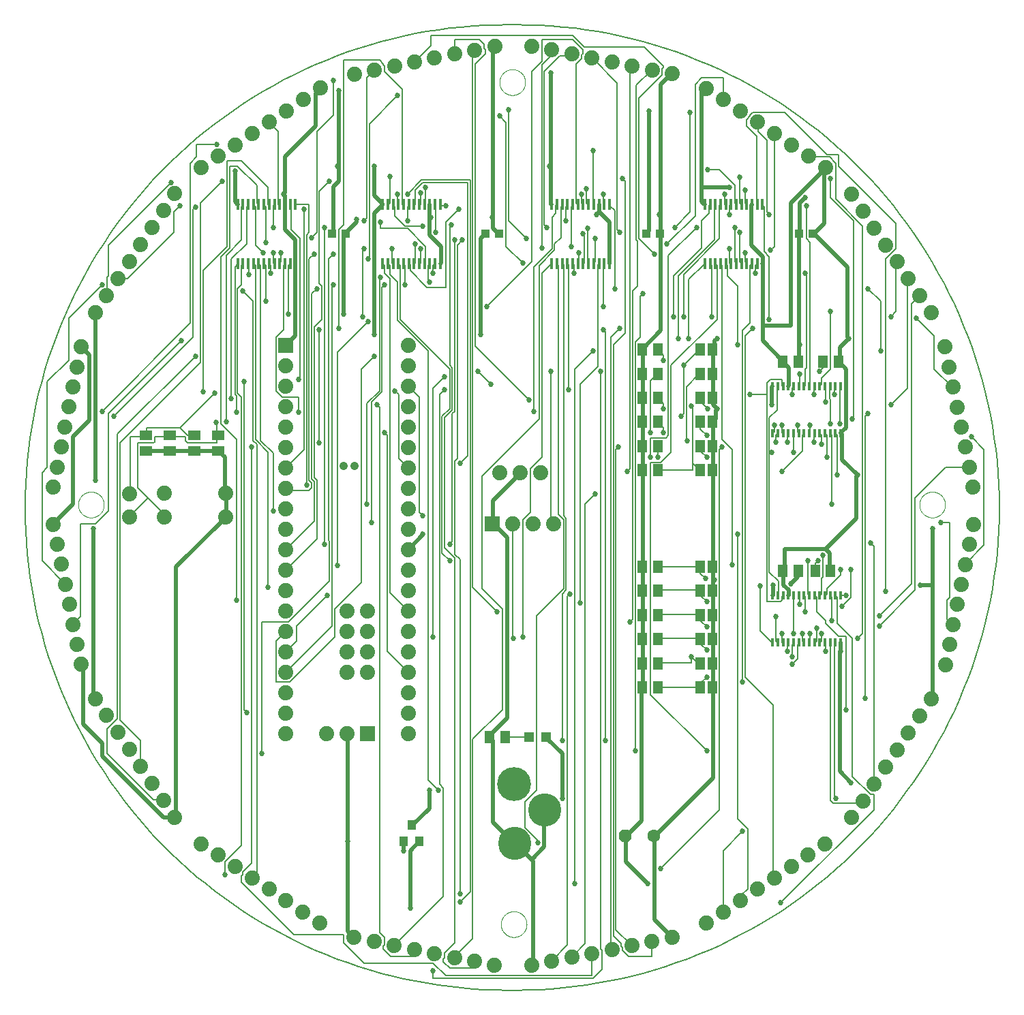
<source format=gtl>
G75*
%MOIN*%
%OFA0B0*%
%FSLAX25Y25*%
%IPPOS*%
%LPD*%
%AMOC8*
5,1,8,0,0,1.08239X$1,22.5*
%
%ADD10C,0.00600*%
%ADD11C,0.00000*%
%ADD12C,0.07400*%
%ADD13R,0.07400X0.07400*%
%ADD14C,0.04200*%
%ADD15R,0.01370X0.05500*%
%ADD16R,0.04331X0.03937*%
%ADD17R,0.01200X0.03900*%
%ADD18R,0.04600X0.06300*%
%ADD19R,0.05118X0.05906*%
%ADD20R,0.05906X0.05118*%
%ADD21R,0.03937X0.05000*%
%ADD22R,0.04724X0.04724*%
%ADD23OC8,0.06300*%
%ADD24C,0.06300*%
%ADD25C,0.16598*%
%ADD26C,0.16200*%
%ADD27C,0.02000*%
%ADD28C,0.02700*%
D10*
X0063982Y0094666D02*
X0068982Y0094666D01*
X0069006Y0094132D01*
X0063982Y0094666D02*
X0041482Y0117166D01*
X0041482Y0129041D01*
X0046482Y0134041D01*
X0046482Y0273416D01*
X0084607Y0311541D01*
X0087107Y0308416D02*
X0047732Y0269041D01*
X0047732Y0133416D01*
X0057732Y0123416D01*
X0057732Y0110916D01*
X0057880Y0110751D01*
X0108357Y0138416D02*
X0109607Y0137166D01*
X0108357Y0138416D02*
X0108357Y0299041D01*
X0105232Y0293416D02*
X0107107Y0291541D01*
X0107107Y0072166D01*
X0098982Y0064041D01*
X0098982Y0057791D01*
X0107107Y0057166D02*
X0107107Y0054041D01*
X0132732Y0028416D01*
X0157107Y0028416D01*
X0157107Y0024666D01*
X0167107Y0014666D01*
X0200857Y0014666D01*
X0207107Y0008416D01*
X0278357Y0008416D01*
X0278357Y0019041D01*
X0278442Y0019335D01*
X0282732Y0021541D02*
X0283357Y0020916D01*
X0283357Y0011541D01*
X0278982Y0007166D01*
X0200857Y0007166D01*
X0200857Y0010916D01*
X0205857Y0015291D02*
X0208982Y0012166D01*
X0220857Y0012166D01*
X0220857Y0015291D01*
X0221096Y0015361D01*
X0211482Y0017791D02*
X0220232Y0026541D01*
X0220232Y0124041D01*
X0234607Y0138416D01*
X0234607Y0187791D01*
X0224607Y0197791D01*
X0224607Y0252791D01*
X0252732Y0280916D01*
X0252732Y0355916D01*
X0260232Y0363416D01*
X0260232Y0366541D01*
X0263357Y0369666D01*
X0263357Y0384666D01*
X0263982Y0385291D01*
X0263997Y0385772D01*
X0265857Y0384666D02*
X0266482Y0385291D01*
X0266556Y0385772D01*
X0265857Y0384666D02*
X0265857Y0377791D01*
X0260857Y0381541D02*
X0258982Y0379666D01*
X0258982Y0364041D01*
X0250232Y0355291D01*
X0250232Y0284666D01*
X0247732Y0290291D02*
X0221482Y0316541D01*
X0221482Y0454666D01*
X0226482Y0459666D01*
X0226482Y0461541D01*
X0225857Y0462166D01*
X0225857Y0464041D01*
X0223357Y0466541D01*
X0211482Y0466541D01*
X0211482Y0459666D01*
X0211328Y0459362D01*
X0220232Y0460291D02*
X0220857Y0460916D01*
X0221134Y0461322D01*
X0220232Y0460291D02*
X0220232Y0198416D01*
X0232107Y0186541D01*
X0239607Y0174041D02*
X0239607Y0229041D01*
X0239646Y0229646D01*
X0244607Y0231541D02*
X0248357Y0235291D01*
X0248357Y0256541D01*
X0253982Y0262166D01*
X0253982Y0352166D01*
X0258357Y0356541D01*
X0258879Y0356985D01*
X0261438Y0356985D02*
X0261482Y0356541D01*
X0262107Y0355916D01*
X0262107Y0234041D01*
X0264607Y0231541D01*
X0264607Y0197791D01*
X0251482Y0184666D01*
X0251482Y0099041D01*
X0245857Y0093416D01*
X0245857Y0080916D01*
X0252107Y0074666D01*
X0252107Y0073416D01*
X0270232Y0053416D02*
X0270232Y0305291D01*
X0278982Y0314041D01*
X0281482Y0306541D02*
X0272732Y0297791D01*
X0272732Y0190916D01*
X0267732Y0195291D02*
X0266482Y0194041D01*
X0266482Y0023416D01*
X0258982Y0015916D01*
X0258829Y0015416D01*
X0268636Y0017376D02*
X0268982Y0017791D01*
X0275232Y0024041D01*
X0275232Y0239041D01*
X0280232Y0244041D01*
X0265857Y0232166D02*
X0265857Y0197166D01*
X0263982Y0195291D01*
X0263982Y0123416D01*
X0247757Y0125217D02*
X0247732Y0125291D01*
X0236482Y0125291D01*
X0235946Y0125217D01*
X0205857Y0100291D02*
X0205857Y0047166D01*
X0182107Y0023416D01*
X0181858Y0023130D01*
X0177107Y0023416D02*
X0177107Y0027166D01*
X0174607Y0029666D01*
X0174607Y0286541D01*
X0173357Y0287791D01*
X0170857Y0289041D02*
X0175857Y0294041D01*
X0175857Y0345291D01*
X0177107Y0346541D01*
X0174607Y0349666D02*
X0174607Y0294666D01*
X0168357Y0288416D01*
X0168357Y0239041D01*
X0170857Y0230291D02*
X0170857Y0289041D01*
X0182107Y0294666D02*
X0183982Y0292791D01*
X0183982Y0261541D01*
X0188357Y0257166D01*
X0188780Y0256772D01*
X0178357Y0272791D02*
X0177107Y0274041D01*
X0178357Y0272791D02*
X0178357Y0167166D01*
X0188357Y0157166D01*
X0188780Y0156772D01*
X0200857Y0174041D02*
X0200857Y0295916D01*
X0206482Y0301541D01*
X0208982Y0305291D02*
X0208982Y0285916D01*
X0205232Y0282166D01*
X0205232Y0215291D01*
X0208982Y0211541D01*
X0211482Y0212791D02*
X0206482Y0217791D01*
X0206482Y0281541D01*
X0210232Y0285291D01*
X0210232Y0305916D01*
X0208982Y0307166D01*
X0208982Y0375291D01*
X0209607Y0375916D01*
X0207107Y0377166D02*
X0213357Y0383416D01*
X0207107Y0385291D02*
X0204607Y0385291D01*
X0204351Y0385772D01*
X0202107Y0385291D02*
X0201792Y0385772D01*
X0202107Y0385291D02*
X0202107Y0372166D01*
X0207107Y0377166D02*
X0207107Y0345291D01*
X0197732Y0345291D01*
X0189607Y0353416D01*
X0189607Y0356541D01*
X0188997Y0356985D01*
X0187107Y0355916D02*
X0187107Y0346541D01*
X0183357Y0347791D02*
X0183357Y0329041D01*
X0198357Y0314041D01*
X0198357Y0104041D01*
X0203357Y0099041D01*
X0205857Y0100291D02*
X0203982Y0102166D01*
X0203982Y0292791D01*
X0206482Y0295291D01*
X0208982Y0305291D02*
X0184607Y0329666D01*
X0184607Y0355916D01*
X0183982Y0356541D01*
X0183879Y0356985D01*
X0186438Y0356985D02*
X0186482Y0356541D01*
X0187107Y0355916D01*
X0191556Y0356985D02*
X0192107Y0357166D01*
X0192107Y0366541D01*
X0194607Y0364041D02*
X0194607Y0357166D01*
X0194115Y0356985D01*
X0196674Y0356985D02*
X0197107Y0357166D01*
X0197107Y0365291D01*
X0188357Y0374041D01*
X0175232Y0374041D01*
X0175232Y0377166D01*
X0168357Y0379041D02*
X0168357Y0447791D01*
X0171482Y0450916D01*
X0172103Y0451525D01*
X0177107Y0450916D02*
X0177107Y0453416D01*
X0176482Y0454041D01*
X0176482Y0454666D01*
X0174607Y0456541D01*
X0157107Y0456541D01*
X0157107Y0375916D01*
X0154607Y0373416D01*
X0154607Y0325291D01*
X0146482Y0329666D02*
X0142732Y0325916D01*
X0142732Y0252166D01*
X0143982Y0250916D01*
X0143982Y0222166D01*
X0128982Y0207166D01*
X0128780Y0206772D01*
X0128780Y0216772D02*
X0128982Y0217166D01*
X0142732Y0230916D01*
X0142732Y0250291D01*
X0141482Y0251541D01*
X0141482Y0342166D01*
X0143982Y0344666D01*
X0146482Y0345916D02*
X0146482Y0329666D01*
X0145232Y0324666D02*
X0145232Y0269041D01*
X0137732Y0265916D02*
X0128982Y0257166D01*
X0128780Y0256772D01*
X0122732Y0264041D02*
X0122732Y0235916D01*
X0128982Y0245916D02*
X0128982Y0246541D01*
X0128780Y0246772D01*
X0128982Y0245916D02*
X0140232Y0245916D01*
X0141482Y0247166D01*
X0141482Y0249666D01*
X0140232Y0250916D01*
X0140232Y0359041D01*
X0142732Y0361541D01*
X0141482Y0369666D02*
X0143982Y0372166D01*
X0143982Y0421541D01*
X0152107Y0429666D01*
X0152107Y0446541D01*
X0177107Y0450916D02*
X0185857Y0442166D01*
X0185857Y0385916D01*
X0186438Y0385772D01*
X0188357Y0384666D02*
X0188357Y0377791D01*
X0187107Y0375291D02*
X0195857Y0375291D01*
X0187107Y0375291D02*
X0182107Y0380291D01*
X0182107Y0384666D01*
X0181482Y0385291D01*
X0181320Y0385772D01*
X0179607Y0386541D02*
X0179607Y0399666D01*
X0183357Y0390916D02*
X0183357Y0385916D01*
X0183879Y0385772D01*
X0179607Y0386541D02*
X0178982Y0385916D01*
X0178761Y0385772D01*
X0188357Y0384666D02*
X0188982Y0385291D01*
X0188997Y0385772D01*
X0191556Y0385772D02*
X0192107Y0385916D01*
X0192107Y0392791D01*
X0195857Y0396541D01*
X0217732Y0396541D01*
X0217732Y0262791D01*
X0213982Y0259041D01*
X0211482Y0260291D02*
X0211482Y0214666D01*
X0213982Y0212166D01*
X0213982Y0048416D01*
X0213982Y0044666D02*
X0218982Y0049666D01*
X0218982Y0397791D01*
X0195232Y0397791D01*
X0188357Y0390916D01*
X0194607Y0391541D02*
X0194607Y0385916D01*
X0194115Y0385772D01*
X0196482Y0385916D02*
X0196674Y0385772D01*
X0196482Y0385916D02*
X0197107Y0386541D01*
X0197107Y0394041D01*
X0211482Y0368416D02*
X0211482Y0284666D01*
X0210232Y0283416D01*
X0210232Y0220916D01*
X0208982Y0219666D01*
X0211482Y0212791D02*
X0211482Y0024666D01*
X0206482Y0019666D01*
X0206482Y0017166D01*
X0205857Y0016541D01*
X0205857Y0015291D01*
X0211286Y0017303D02*
X0211482Y0017791D01*
X0191667Y0021188D02*
X0191482Y0020916D01*
X0191482Y0017791D01*
X0180232Y0017791D01*
X0176482Y0021541D01*
X0176482Y0022791D01*
X0177107Y0023416D01*
X0237520Y0001300D02*
X0241457Y0001300D01*
X0282732Y0021541D02*
X0282732Y0304041D01*
X0281482Y0306541D02*
X0281482Y0356541D01*
X0281910Y0356985D01*
X0280232Y0357791D02*
X0280232Y0369041D01*
X0274607Y0370916D02*
X0273982Y0371541D01*
X0274607Y0370916D02*
X0274607Y0357166D01*
X0274233Y0356985D01*
X0272107Y0357166D02*
X0272107Y0362166D01*
X0268357Y0365291D02*
X0268357Y0384666D01*
X0268982Y0385291D01*
X0269115Y0385772D01*
X0270857Y0386541D02*
X0270857Y0454666D01*
X0273357Y0457166D01*
X0273357Y0459041D01*
X0273982Y0459666D01*
X0273982Y0461541D01*
X0268982Y0466541D01*
X0253982Y0466541D01*
X0253982Y0455916D01*
X0248982Y0450916D01*
X0248982Y0357791D01*
X0227107Y0335916D01*
X0244607Y0357166D02*
X0236482Y0365291D01*
X0236482Y0425916D01*
X0233357Y0429041D01*
X0237732Y0432166D02*
X0237732Y0377791D01*
X0246482Y0369041D01*
X0253982Y0364666D02*
X0253982Y0454041D01*
X0258357Y0458416D01*
X0258357Y0460916D01*
X0258867Y0461377D01*
X0262732Y0458416D02*
X0268357Y0458416D01*
X0268357Y0459041D01*
X0268677Y0459435D01*
X0274607Y0462791D02*
X0268982Y0468416D01*
X0199607Y0468416D01*
X0199607Y0463416D01*
X0192107Y0455916D01*
X0191716Y0455444D01*
X0183357Y0439041D02*
X0169607Y0425291D01*
X0169607Y0359666D01*
X0168982Y0359041D01*
X0166482Y0363416D02*
X0166482Y0330916D01*
X0168982Y0328416D02*
X0153982Y0313416D01*
X0153982Y0209041D01*
X0150232Y0201541D02*
X0130232Y0181541D01*
X0117107Y0181541D01*
X0117107Y0117166D01*
X0123982Y0152166D02*
X0123982Y0172166D01*
X0128357Y0176541D01*
X0128780Y0176772D01*
X0133982Y0179666D02*
X0133982Y0172166D01*
X0128982Y0167166D01*
X0128780Y0166772D01*
X0128982Y0157166D02*
X0128780Y0156772D01*
X0128982Y0157166D02*
X0151482Y0179666D01*
X0151482Y0345916D01*
X0152107Y0346541D01*
X0146482Y0345916D02*
X0145232Y0347166D01*
X0145232Y0392166D01*
X0150232Y0397166D01*
X0140232Y0385916D02*
X0140232Y0372166D01*
X0138982Y0370916D01*
X0138982Y0248416D01*
X0137732Y0265916D02*
X0137732Y0383416D01*
X0140232Y0385916D02*
X0133982Y0385916D01*
X0133485Y0385772D01*
X0131482Y0385291D02*
X0130926Y0385772D01*
X0131482Y0385291D02*
X0131482Y0373416D01*
X0135857Y0369041D01*
X0135857Y0300916D01*
X0135232Y0300291D01*
X0135232Y0291541D02*
X0127107Y0291541D01*
X0123982Y0294666D01*
X0123982Y0320916D01*
X0127732Y0324666D01*
X0127732Y0355916D01*
X0128357Y0356541D01*
X0128367Y0356985D01*
X0126482Y0357791D02*
X0126482Y0362166D01*
X0122732Y0362166D02*
X0122732Y0357166D01*
X0123249Y0356985D01*
X0121482Y0355916D02*
X0120857Y0356541D01*
X0120690Y0356985D01*
X0121482Y0355916D02*
X0121482Y0352166D01*
X0118982Y0355916D02*
X0118357Y0356541D01*
X0118131Y0356985D01*
X0118982Y0355916D02*
X0118982Y0338416D01*
X0112732Y0338416D02*
X0112732Y0270291D01*
X0114607Y0268416D01*
X0114607Y0058416D01*
X0112732Y0056541D01*
X0112260Y0056265D01*
X0107732Y0057791D02*
X0107107Y0057166D01*
X0107732Y0057791D02*
X0107732Y0059041D01*
X0112107Y0063416D01*
X0112107Y0267166D01*
X0113982Y0270916D02*
X0120232Y0264666D01*
X0120232Y0198416D01*
X0104607Y0192166D02*
X0104607Y0270916D01*
X0097107Y0278416D01*
X0097107Y0360291D01*
X0101482Y0364666D01*
X0101482Y0404666D01*
X0105232Y0404666D01*
X0114607Y0395291D01*
X0114607Y0386541D01*
X0115232Y0385916D01*
X0115572Y0385772D01*
X0113982Y0384666D02*
X0113982Y0365916D01*
X0117732Y0362166D01*
X0118982Y0367166D02*
X0118982Y0384666D01*
X0118357Y0385291D01*
X0118131Y0385772D01*
X0120232Y0385916D02*
X0120232Y0394041D01*
X0107107Y0407166D01*
X0100232Y0407166D01*
X0100232Y0365291D01*
X0088357Y0353416D01*
X0088357Y0294041D01*
X0093982Y0293416D02*
X0077107Y0276541D01*
X0060857Y0276541D01*
X0060857Y0272791D01*
X0060355Y0272757D01*
X0060232Y0272166D01*
X0052732Y0272166D01*
X0052732Y0244666D01*
X0052481Y0244283D01*
X0056482Y0247166D02*
X0061482Y0242166D01*
X0052732Y0233416D01*
X0052481Y0232883D01*
X0042107Y0235916D02*
X0035857Y0229666D01*
X0028357Y0229666D01*
X0028357Y0184041D01*
X0025232Y0180916D01*
X0024869Y0180301D01*
X0020950Y0199913D02*
X0020857Y0200291D01*
X0009607Y0211541D01*
X0009607Y0254666D01*
X0012107Y0257166D01*
X0012107Y0299041D01*
X0022732Y0309666D01*
X0022732Y0330291D01*
X0038982Y0346541D01*
X0041482Y0350291D02*
X0041482Y0341541D01*
X0041228Y0341134D01*
X0041482Y0350291D02*
X0042107Y0350916D01*
X0042107Y0365916D01*
X0072732Y0396541D01*
X0077107Y0385291D02*
X0073982Y0382166D01*
X0073982Y0372166D01*
X0051482Y0349666D01*
X0047107Y0349666D01*
X0046776Y0349453D01*
X0077732Y0319041D02*
X0042107Y0283416D01*
X0042107Y0235916D01*
X0056482Y0247166D02*
X0056482Y0269041D01*
X0063982Y0269041D01*
X0064607Y0269666D01*
X0064607Y0272166D01*
X0072107Y0272166D01*
X0072166Y0272757D01*
X0072732Y0272166D01*
X0079607Y0272166D01*
X0079607Y0270291D01*
X0080857Y0269041D01*
X0095232Y0269041D01*
X0095232Y0272166D01*
X0095788Y0272757D01*
X0095232Y0272791D01*
X0095232Y0278416D01*
X0094607Y0279041D01*
X0099607Y0279666D02*
X0099607Y0360916D01*
X0107107Y0368416D01*
X0107107Y0384666D01*
X0107732Y0385291D01*
X0107894Y0385772D01*
X0109607Y0384666D02*
X0109607Y0366541D01*
X0102107Y0359041D01*
X0102107Y0290916D01*
X0103982Y0292791D02*
X0104607Y0292166D01*
X0104607Y0284041D01*
X0103982Y0292791D02*
X0103982Y0355291D01*
X0105232Y0356541D01*
X0105335Y0356985D01*
X0107107Y0355916D02*
X0107107Y0346541D01*
X0105232Y0344666D01*
X0105232Y0293416D01*
X0087107Y0308416D02*
X0087107Y0386541D01*
X0097732Y0397166D01*
X0110454Y0385772D02*
X0110232Y0385291D01*
X0109607Y0384666D01*
X0113013Y0385772D02*
X0113357Y0385291D01*
X0113982Y0384666D01*
X0120232Y0385916D02*
X0120690Y0385772D01*
X0122732Y0385291D02*
X0123249Y0385772D01*
X0122732Y0385291D02*
X0122732Y0374666D01*
X0125232Y0385916D02*
X0125808Y0385772D01*
X0125232Y0385916D02*
X0125232Y0421541D01*
X0120857Y0425916D01*
X0120670Y0426036D01*
X0095232Y0415291D02*
X0085232Y0415291D01*
X0085232Y0409041D01*
X0082107Y0405916D01*
X0082107Y0327791D01*
X0038982Y0284666D01*
X0044607Y0282166D02*
X0083357Y0320916D01*
X0083357Y0383416D01*
X0084607Y0384666D01*
X0107894Y0356985D02*
X0107732Y0356541D01*
X0107107Y0355916D01*
X0110454Y0356985D02*
X0110857Y0356541D01*
X0110857Y0351541D01*
X0113982Y0355916D02*
X0113982Y0270916D01*
X0116482Y0270291D02*
X0122732Y0264041D01*
X0116482Y0270291D02*
X0116482Y0355916D01*
X0115857Y0356541D01*
X0115572Y0356985D01*
X0113982Y0355916D02*
X0113357Y0356541D01*
X0113013Y0356985D01*
X0125808Y0356985D02*
X0125857Y0357166D01*
X0126482Y0357791D01*
X0130232Y0355916D02*
X0130232Y0332166D01*
X0112732Y0338416D02*
X0107732Y0343416D01*
X0130232Y0355916D02*
X0130857Y0356541D01*
X0130926Y0356985D01*
X0147732Y0374666D02*
X0147732Y0219666D01*
X0149607Y0221541D02*
X0150232Y0220916D01*
X0150232Y0201541D01*
X0148982Y0194666D02*
X0133982Y0179666D01*
X0152732Y0174041D02*
X0130857Y0152166D01*
X0123982Y0152166D01*
X0152732Y0174041D02*
X0152732Y0187791D01*
X0165857Y0200916D01*
X0165857Y0305291D01*
X0172107Y0311541D01*
X0188780Y0296772D02*
X0188982Y0296541D01*
X0193982Y0291541D01*
X0193982Y0235291D01*
X0195857Y0233416D01*
X0211482Y0260291D02*
X0212732Y0261541D01*
X0212732Y0365916D01*
X0215232Y0368416D01*
X0201792Y0356985D02*
X0201482Y0356541D01*
X0200857Y0355916D01*
X0200857Y0352166D01*
X0198357Y0348416D02*
X0198357Y0355916D01*
X0198982Y0356541D01*
X0199233Y0356985D01*
X0198357Y0348416D02*
X0198982Y0347791D01*
X0183357Y0347791D02*
X0179607Y0351541D01*
X0179607Y0355916D01*
X0178982Y0356541D01*
X0178761Y0356985D01*
X0177107Y0355916D02*
X0177107Y0352166D01*
X0179607Y0349666D01*
X0179607Y0195916D01*
X0188357Y0187166D01*
X0188780Y0186772D01*
X0149607Y0221541D02*
X0149607Y0359041D01*
X0152107Y0361541D01*
X0166482Y0363416D02*
X0167107Y0364041D01*
X0176202Y0356985D02*
X0176482Y0356541D01*
X0177107Y0355916D01*
X0180857Y0357166D02*
X0181320Y0356985D01*
X0180857Y0357166D02*
X0180857Y0364041D01*
X0175232Y0350291D02*
X0174607Y0349666D01*
X0167107Y0377791D02*
X0168357Y0379041D01*
X0222732Y0304041D02*
X0228982Y0297791D01*
X0258357Y0304041D02*
X0258357Y0230916D01*
X0259607Y0229666D01*
X0259646Y0229646D01*
X0264607Y0233416D02*
X0265857Y0232166D01*
X0264607Y0233416D02*
X0264607Y0356541D01*
X0263997Y0356985D01*
X0266556Y0356985D02*
X0267107Y0356541D01*
X0267107Y0295291D01*
X0288982Y0317166D02*
X0288982Y0027791D01*
X0292732Y0024041D01*
X0292732Y0022791D01*
X0293357Y0022166D01*
X0293357Y0020916D01*
X0296482Y0017791D01*
X0307732Y0017791D01*
X0307732Y0024666D01*
X0307860Y0025213D01*
X0298054Y0023254D02*
X0297732Y0023416D01*
X0290232Y0030916D01*
X0290232Y0265916D01*
X0291482Y0267166D01*
X0297107Y0256541D02*
X0297107Y0452791D01*
X0297732Y0453416D01*
X0298106Y0453608D01*
X0300232Y0444041D02*
X0307732Y0451541D01*
X0307915Y0451666D01*
X0312732Y0452166D02*
X0312732Y0449041D01*
X0301482Y0437791D01*
X0301482Y0369041D01*
X0308982Y0361541D01*
X0315857Y0360916D02*
X0315857Y0272791D01*
X0314607Y0271541D01*
X0307107Y0271541D01*
X0307107Y0262166D01*
X0307107Y0259666D02*
X0307107Y0145916D01*
X0334607Y0118416D01*
X0340857Y0089666D02*
X0312107Y0060916D01*
X0342732Y0069666D02*
X0342732Y0039666D01*
X0342673Y0039577D01*
X0350983Y0045140D02*
X0351482Y0045291D01*
X0351482Y0047791D01*
X0354607Y0050916D01*
X0354607Y0080291D01*
X0349607Y0085291D01*
X0349607Y0224666D01*
X0347107Y0209666D02*
X0347107Y0265916D01*
X0342107Y0270916D01*
X0342107Y0355916D01*
X0341482Y0356541D01*
X0341359Y0356985D01*
X0339607Y0355916D02*
X0339607Y0329666D01*
X0317107Y0307166D01*
X0317107Y0264666D01*
X0312107Y0259666D01*
X0307107Y0259666D01*
X0310857Y0262166D02*
X0310857Y0267166D01*
X0310650Y0267540D01*
X0313357Y0274041D02*
X0313357Y0276541D01*
X0310857Y0279041D01*
X0310650Y0279351D01*
X0307107Y0274041D02*
X0307107Y0299666D01*
X0310232Y0302791D01*
X0310650Y0302973D01*
X0313357Y0309666D02*
X0313357Y0312166D01*
X0310857Y0314666D01*
X0310650Y0314784D01*
X0302107Y0320916D02*
X0299607Y0318416D01*
X0299607Y0118416D01*
X0285232Y0123416D02*
X0285232Y0323416D01*
X0283982Y0324666D01*
X0287732Y0320916D02*
X0287732Y0021541D01*
X0288248Y0021295D01*
X0342732Y0069666D02*
X0352107Y0079041D01*
X0340857Y0089666D02*
X0340857Y0265916D01*
X0342107Y0267166D01*
X0334607Y0262166D02*
X0331482Y0265291D01*
X0331482Y0267166D01*
X0331469Y0267540D01*
X0334607Y0272791D02*
X0331482Y0275916D01*
X0331482Y0279041D01*
X0331469Y0279351D01*
X0335232Y0285916D02*
X0331482Y0289666D01*
X0331482Y0290916D01*
X0331469Y0291162D01*
X0327107Y0287166D02*
X0327732Y0286541D01*
X0327732Y0259041D01*
X0327732Y0255916D01*
X0310857Y0255916D01*
X0310650Y0255729D01*
X0297107Y0256541D02*
X0295857Y0255291D01*
X0324607Y0270916D02*
X0325232Y0270291D01*
X0324607Y0270916D02*
X0324607Y0296541D01*
X0330857Y0302791D01*
X0331469Y0302973D01*
X0323357Y0307166D02*
X0330857Y0314666D01*
X0331469Y0314784D01*
X0325857Y0320291D02*
X0325857Y0349041D01*
X0333357Y0356541D01*
X0333682Y0356985D01*
X0336241Y0356985D02*
X0336482Y0356541D01*
X0337107Y0355916D01*
X0337107Y0330916D01*
X0323357Y0330916D02*
X0323357Y0351541D01*
X0340857Y0369041D01*
X0340857Y0385291D01*
X0341359Y0385772D01*
X0343357Y0385916D02*
X0343918Y0385772D01*
X0343357Y0385916D02*
X0343357Y0390916D01*
X0346477Y0385772D02*
X0345857Y0385291D01*
X0345857Y0380916D01*
X0349036Y0385772D02*
X0348982Y0385916D01*
X0348357Y0386541D01*
X0348357Y0395291D01*
X0340857Y0402791D01*
X0335232Y0402791D01*
X0336241Y0385772D02*
X0335857Y0385291D01*
X0335857Y0381541D01*
X0332107Y0377791D01*
X0332107Y0364666D01*
X0318357Y0350916D01*
X0318357Y0330916D01*
X0320857Y0320291D02*
X0320857Y0350916D01*
X0338357Y0368416D01*
X0338357Y0385291D01*
X0338800Y0385772D01*
X0328982Y0380291D02*
X0328982Y0444666D01*
X0332107Y0447791D01*
X0342732Y0447791D01*
X0342732Y0437166D01*
X0342745Y0437119D01*
X0353982Y0427166D02*
X0355857Y0429041D01*
X0355857Y0429666D01*
X0357107Y0430916D01*
X0372732Y0430916D01*
X0393357Y0410291D01*
X0398982Y0410291D01*
X0398982Y0404666D01*
X0427107Y0376541D01*
X0427107Y0364041D01*
X0422107Y0359041D01*
X0422107Y0196541D01*
X0418982Y0184666D02*
X0434607Y0200291D01*
X0434607Y0337166D01*
X0438357Y0340916D01*
X0438778Y0341057D01*
X0433215Y0349367D02*
X0432732Y0349041D01*
X0432732Y0295916D01*
X0424607Y0287791D01*
X0413357Y0283416D02*
X0412107Y0282166D01*
X0412107Y0144041D01*
X0402732Y0138416D02*
X0402732Y0174666D01*
X0398982Y0174666D01*
X0392732Y0180916D01*
X0392732Y0182166D01*
X0388357Y0186541D01*
X0388357Y0193416D01*
X0387732Y0194041D01*
X0387324Y0194480D01*
X0389883Y0194480D02*
X0390232Y0194666D01*
X0390857Y0195291D01*
X0390857Y0202791D01*
X0391482Y0203416D01*
X0391482Y0214041D01*
X0388982Y0211541D02*
X0387732Y0210291D01*
X0387732Y0207166D01*
X0387619Y0206615D01*
X0383982Y0211541D02*
X0383982Y0195291D01*
X0384607Y0194666D01*
X0384765Y0194480D01*
X0382732Y0194041D02*
X0382732Y0186541D01*
X0380232Y0190291D02*
X0380232Y0194041D01*
X0379646Y0194480D01*
X0377087Y0194480D02*
X0377107Y0194041D01*
X0377107Y0175916D01*
X0381482Y0175916D02*
X0381482Y0172166D01*
X0382107Y0171541D01*
X0382206Y0171506D01*
X0384765Y0171506D02*
X0385232Y0171541D01*
X0385232Y0175916D01*
X0388357Y0178416D02*
X0388357Y0172166D01*
X0387732Y0171541D01*
X0387324Y0171506D01*
X0389883Y0171506D02*
X0390232Y0171541D01*
X0390857Y0172166D01*
X0390857Y0175916D01*
X0392442Y0171506D02*
X0392732Y0170916D01*
X0392732Y0167166D01*
X0395232Y0170916D02*
X0395001Y0171506D01*
X0395232Y0170916D02*
X0395232Y0094041D01*
X0396482Y0092791D01*
X0410857Y0092791D01*
X0410857Y0093416D01*
X0410993Y0094004D01*
X0414607Y0097166D02*
X0416482Y0097166D01*
X0416482Y0089666D01*
X0370857Y0044041D01*
X0367603Y0056266D02*
X0367107Y0056541D01*
X0367107Y0140916D01*
X0353357Y0154666D01*
X0353357Y0321541D01*
X0357107Y0325291D01*
X0355857Y0327791D02*
X0352107Y0324041D01*
X0352107Y0152166D01*
X0334607Y0154666D02*
X0331482Y0151541D01*
X0331482Y0149666D01*
X0331469Y0149430D01*
X0330857Y0149666D01*
X0310857Y0149666D01*
X0310650Y0149430D01*
X0310650Y0161241D02*
X0310857Y0161541D01*
X0327107Y0161541D01*
X0327107Y0164666D01*
X0330857Y0160916D01*
X0331469Y0161241D01*
X0334607Y0167791D02*
X0331482Y0170916D01*
X0331482Y0172791D01*
X0331469Y0173052D01*
X0330857Y0173416D01*
X0310857Y0173416D01*
X0310650Y0173052D01*
X0310650Y0184863D02*
X0310857Y0185291D01*
X0330857Y0185291D01*
X0331469Y0184863D01*
X0331482Y0184666D01*
X0331482Y0182166D01*
X0334607Y0179041D01*
X0334607Y0191541D02*
X0331482Y0194666D01*
X0331482Y0196541D01*
X0331469Y0196674D01*
X0330857Y0197166D01*
X0310857Y0197166D01*
X0310650Y0196674D01*
X0310857Y0208416D02*
X0310650Y0208485D01*
X0310857Y0208416D02*
X0330857Y0208416D01*
X0331469Y0208485D01*
X0331482Y0208416D01*
X0331482Y0205291D01*
X0333982Y0202791D01*
X0360857Y0199041D02*
X0360857Y0177166D01*
X0366482Y0171541D01*
X0366851Y0171506D01*
X0368357Y0172166D02*
X0368357Y0184041D01*
X0371482Y0175916D02*
X0371482Y0171541D01*
X0371969Y0171506D01*
X0373982Y0170916D02*
X0374528Y0171506D01*
X0373982Y0170916D02*
X0373982Y0167166D01*
X0376482Y0164666D02*
X0376482Y0170291D01*
X0377107Y0170916D01*
X0377087Y0171506D01*
X0378982Y0170291D02*
X0378982Y0163416D01*
X0376482Y0160916D01*
X0378982Y0170291D02*
X0379607Y0170916D01*
X0379646Y0171506D01*
X0369410Y0171506D02*
X0368982Y0171541D01*
X0368357Y0172166D01*
X0370857Y0191541D02*
X0363982Y0191541D01*
X0363982Y0292791D01*
X0355857Y0292791D01*
X0363982Y0292791D02*
X0363982Y0298416D01*
X0365857Y0300291D01*
X0371482Y0300291D01*
X0371482Y0297166D01*
X0371969Y0296843D01*
X0369410Y0296843D02*
X0368982Y0296541D01*
X0368982Y0285291D01*
X0365232Y0281541D01*
X0365232Y0264666D01*
X0366482Y0264666D01*
X0365232Y0264666D02*
X0365232Y0205916D01*
X0369607Y0201541D01*
X0369607Y0194666D01*
X0369410Y0194480D01*
X0371482Y0194041D02*
X0371969Y0194480D01*
X0371482Y0194041D02*
X0371482Y0192166D01*
X0370857Y0191541D01*
X0382206Y0194480D02*
X0382732Y0194041D01*
X0392442Y0194480D02*
X0392732Y0194666D01*
X0393357Y0195291D01*
X0393357Y0197791D01*
X0400232Y0204666D01*
X0400232Y0207166D01*
X0405232Y0207166D02*
X0405232Y0193416D01*
X0400857Y0189041D01*
X0398357Y0193416D02*
X0398357Y0180916D01*
X0405857Y0173416D01*
X0405857Y0105916D01*
X0414607Y0097166D01*
X0416541Y0102324D02*
X0416482Y0102791D01*
X0416482Y0218416D01*
X0414607Y0220291D01*
X0395857Y0239041D02*
X0395857Y0272791D01*
X0395232Y0273416D01*
X0395001Y0273868D01*
X0393357Y0272791D02*
X0393357Y0262166D01*
X0390857Y0268416D02*
X0390857Y0272791D01*
X0390232Y0273416D01*
X0389883Y0273868D01*
X0392442Y0273868D02*
X0392732Y0273416D01*
X0393357Y0272791D01*
X0397560Y0273868D02*
X0397732Y0273416D01*
X0398357Y0272791D01*
X0398357Y0253416D01*
X0387107Y0269666D02*
X0387107Y0273416D01*
X0387324Y0273868D01*
X0385232Y0274041D02*
X0384765Y0273868D01*
X0385232Y0274041D02*
X0385232Y0277791D01*
X0382206Y0273868D02*
X0382107Y0273416D01*
X0381482Y0272791D01*
X0381482Y0265291D01*
X0371482Y0255291D01*
X0377107Y0264666D02*
X0377107Y0273416D01*
X0377087Y0273868D01*
X0378982Y0274666D02*
X0378982Y0277791D01*
X0378982Y0274666D02*
X0379607Y0274041D01*
X0379646Y0273868D01*
X0374528Y0273868D02*
X0373982Y0273416D01*
X0373982Y0269666D01*
X0371969Y0273868D02*
X0371482Y0274041D01*
X0371482Y0277791D01*
X0367732Y0277791D02*
X0367732Y0274666D01*
X0367107Y0274041D01*
X0366851Y0273868D01*
X0368357Y0272791D02*
X0368357Y0269666D01*
X0368357Y0272791D02*
X0368982Y0273416D01*
X0369410Y0273868D01*
X0376482Y0292791D02*
X0376482Y0295916D01*
X0377107Y0296541D01*
X0377087Y0296843D01*
X0379646Y0296843D02*
X0380232Y0297166D01*
X0380232Y0302791D01*
X0382732Y0305291D02*
X0382732Y0297166D01*
X0382206Y0296843D01*
X0384765Y0296843D02*
X0385232Y0297166D01*
X0385232Y0367166D01*
X0383357Y0369041D01*
X0383357Y0385291D01*
X0395232Y0389041D02*
X0395232Y0398416D01*
X0397732Y0405916D02*
X0397732Y0388416D01*
X0410857Y0375291D01*
X0410857Y0175916D01*
X0408357Y0173416D01*
X0397560Y0171506D02*
X0397107Y0170916D01*
X0397107Y0095916D01*
X0397732Y0095291D01*
X0418982Y0179666D02*
X0436482Y0197166D01*
X0436482Y0242166D01*
X0451482Y0257166D01*
X0462732Y0257166D01*
X0462938Y0257213D01*
X0470232Y0265916D02*
X0470232Y0219041D01*
X0461482Y0210291D01*
X0461051Y0209670D01*
X0453357Y0193416D02*
X0452107Y0192166D01*
X0452107Y0182791D01*
X0454607Y0180291D01*
X0455224Y0180241D01*
X0453357Y0193416D02*
X0453357Y0230291D01*
X0448982Y0230291D01*
X0470232Y0265916D02*
X0463982Y0272166D01*
X0455100Y0296437D02*
X0454607Y0296541D01*
X0445857Y0305291D01*
X0445857Y0321541D01*
X0437107Y0330291D01*
X0427107Y0333416D02*
X0427107Y0357166D01*
X0427652Y0357677D01*
X0413357Y0344666D02*
X0419607Y0338416D01*
X0419607Y0314041D01*
X0424607Y0330916D02*
X0427107Y0333416D01*
X0395232Y0333416D02*
X0395232Y0305291D01*
X0390857Y0300916D01*
X0390857Y0297791D01*
X0390232Y0297166D01*
X0389883Y0296843D01*
X0392442Y0296843D02*
X0392732Y0296541D01*
X0392732Y0289041D01*
X0394607Y0290916D02*
X0395232Y0290291D01*
X0395232Y0278416D01*
X0399607Y0278416D02*
X0399607Y0296541D01*
X0400119Y0296843D01*
X0397560Y0296843D02*
X0397107Y0296541D01*
X0397107Y0292791D01*
X0394607Y0290916D02*
X0394607Y0296541D01*
X0395001Y0296843D01*
X0387324Y0296843D02*
X0387107Y0296541D01*
X0387107Y0292791D01*
X0389607Y0304041D02*
X0391482Y0305916D01*
X0391482Y0308416D01*
X0391556Y0308977D01*
X0383357Y0305916D02*
X0383357Y0351541D01*
X0382732Y0352166D01*
X0365232Y0360291D02*
X0365232Y0329666D01*
X0355857Y0327791D02*
X0355857Y0355916D01*
X0356482Y0356541D01*
X0356713Y0356985D01*
X0358357Y0355916D02*
X0358982Y0356541D01*
X0359272Y0356985D01*
X0358357Y0355916D02*
X0358357Y0352166D01*
X0354154Y0356985D02*
X0353982Y0357166D01*
X0353357Y0357791D01*
X0353357Y0362166D01*
X0350857Y0357791D02*
X0350857Y0372166D01*
X0348357Y0374666D02*
X0348357Y0357791D01*
X0348982Y0357166D01*
X0349036Y0356985D01*
X0350857Y0357791D02*
X0351482Y0357166D01*
X0351595Y0356985D01*
X0346477Y0356985D02*
X0345857Y0357166D01*
X0345857Y0364041D01*
X0343918Y0356985D02*
X0343982Y0356541D01*
X0344607Y0355916D01*
X0344607Y0350916D01*
X0349607Y0345916D01*
X0349607Y0317166D01*
X0323357Y0307166D02*
X0323357Y0283416D01*
X0322107Y0282166D01*
X0313357Y0285916D02*
X0313357Y0288416D01*
X0310857Y0290916D01*
X0310650Y0291162D01*
X0288982Y0317166D02*
X0294607Y0322791D01*
X0294607Y0397166D01*
X0293357Y0398416D01*
X0283982Y0390916D02*
X0283982Y0386541D01*
X0284607Y0385916D01*
X0284469Y0385772D01*
X0287028Y0385772D02*
X0287107Y0385291D01*
X0289607Y0382791D01*
X0289607Y0344666D01*
X0298357Y0343416D02*
X0300857Y0345916D01*
X0300857Y0367791D01*
X0300232Y0368416D01*
X0300232Y0444041D01*
X0290857Y0445291D02*
X0278982Y0457166D01*
X0278487Y0457493D01*
X0274607Y0462791D02*
X0303982Y0462791D01*
X0313357Y0453416D01*
X0313357Y0452791D01*
X0312732Y0452166D01*
X0290857Y0445291D02*
X0290857Y0373416D01*
X0292107Y0372166D01*
X0276482Y0374041D02*
X0276482Y0357166D01*
X0276792Y0356985D01*
X0279351Y0356985D02*
X0279607Y0357166D01*
X0280232Y0357791D01*
X0283982Y0356541D02*
X0284469Y0356985D01*
X0283982Y0356541D02*
X0283982Y0335916D01*
X0292107Y0325291D02*
X0287732Y0320916D01*
X0302107Y0320916D02*
X0302107Y0340916D01*
X0303357Y0342166D01*
X0298357Y0343416D02*
X0298357Y0182791D01*
X0297107Y0181541D01*
X0244607Y0174041D02*
X0244607Y0231541D01*
X0477677Y0237520D02*
X0477608Y0243228D01*
X0477401Y0248933D01*
X0477056Y0254631D01*
X0476574Y0260319D01*
X0475955Y0265993D01*
X0475198Y0271651D01*
X0474305Y0277289D01*
X0473276Y0282904D01*
X0472112Y0288493D01*
X0470813Y0294051D01*
X0469380Y0299577D01*
X0467814Y0305066D01*
X0466116Y0310516D01*
X0464286Y0315923D01*
X0462327Y0321285D01*
X0460238Y0326597D01*
X0458022Y0331858D01*
X0455679Y0337063D01*
X0453211Y0342211D01*
X0450619Y0347297D01*
X0447906Y0352319D01*
X0445071Y0357274D01*
X0442118Y0362159D01*
X0439048Y0366972D01*
X0435862Y0371708D01*
X0432563Y0376367D01*
X0429152Y0380944D01*
X0425632Y0385437D01*
X0422004Y0389845D01*
X0418270Y0394163D01*
X0414434Y0398390D01*
X0410496Y0402522D01*
X0406459Y0406559D01*
X0402327Y0410497D01*
X0398100Y0414333D01*
X0393782Y0418067D01*
X0389374Y0421695D01*
X0384881Y0425215D01*
X0380304Y0428626D01*
X0375645Y0431925D01*
X0370909Y0435111D01*
X0366096Y0438181D01*
X0361211Y0441134D01*
X0356256Y0443969D01*
X0351234Y0446682D01*
X0346148Y0449274D01*
X0341000Y0451742D01*
X0335795Y0454085D01*
X0330534Y0456301D01*
X0325222Y0458390D01*
X0319860Y0460349D01*
X0314453Y0462179D01*
X0309003Y0463877D01*
X0303514Y0465443D01*
X0297988Y0466876D01*
X0292430Y0468175D01*
X0286841Y0469339D01*
X0281226Y0470368D01*
X0275588Y0471261D01*
X0269930Y0472018D01*
X0264256Y0472637D01*
X0258568Y0473119D01*
X0252870Y0473464D01*
X0247165Y0473671D01*
X0241457Y0473740D01*
X0241457Y0473741D02*
X0237520Y0473741D01*
X0255232Y0450916D02*
X0262732Y0458416D01*
X0255232Y0450916D02*
X0255232Y0375916D01*
X0256482Y0374666D01*
X0260857Y0381541D02*
X0260857Y0385291D01*
X0261438Y0385772D01*
X0270857Y0386541D02*
X0271482Y0385916D01*
X0271674Y0385772D01*
X0273357Y0386541D02*
X0273357Y0390916D01*
X0275857Y0393416D02*
X0275857Y0386541D01*
X0276482Y0385916D01*
X0276792Y0385772D01*
X0278982Y0385916D02*
X0279351Y0385772D01*
X0278982Y0385916D02*
X0278982Y0412166D01*
X0273357Y0386541D02*
X0273982Y0385916D01*
X0274233Y0385772D01*
X0272107Y0357166D02*
X0271674Y0356985D01*
X0269607Y0356541D02*
X0269115Y0356985D01*
X0269607Y0356541D02*
X0269607Y0352166D01*
X0315857Y0360916D02*
X0329607Y0374666D01*
X0328982Y0380291D02*
X0315232Y0366541D01*
X0318982Y0374666D02*
X0326482Y0382166D01*
X0326482Y0430916D01*
X0353982Y0427166D02*
X0353982Y0424041D01*
X0358982Y0419041D01*
X0358982Y0385916D01*
X0359272Y0385772D01*
X0361831Y0385772D02*
X0362107Y0385291D01*
X0362732Y0384666D01*
X0362732Y0362791D01*
X0365232Y0360291D01*
X0365857Y0363416D02*
X0367732Y0365291D01*
X0367732Y0420291D01*
X0367703Y0420473D01*
X0363982Y0417166D02*
X0359607Y0421541D01*
X0359607Y0425916D01*
X0359384Y0426022D01*
X0363982Y0417166D02*
X0363982Y0382166D01*
X0365232Y0380916D01*
X0354154Y0385772D02*
X0353982Y0385916D01*
X0353357Y0386541D01*
X0353357Y0392791D01*
X0350857Y0399041D02*
X0350857Y0386541D01*
X0351482Y0385916D01*
X0351595Y0385772D01*
X0338800Y0356985D02*
X0338982Y0356541D01*
X0339607Y0355916D01*
X0383357Y0305916D02*
X0382732Y0305291D01*
X0406482Y0281541D02*
X0406482Y0377791D01*
X0395232Y0389041D01*
X0397732Y0405916D02*
X0394607Y0409041D01*
X0384607Y0409041D01*
X0384343Y0409376D01*
X0406482Y0281541D02*
X0405857Y0280916D01*
X0331469Y0255729D02*
X0330857Y0255916D01*
X0327732Y0259041D01*
X0395001Y0194480D02*
X0395232Y0194041D01*
X0395857Y0193416D01*
X0395857Y0182166D01*
X0398357Y0193416D02*
X0397732Y0194041D01*
X0397560Y0194480D01*
X0400119Y0194480D02*
X0400232Y0194666D01*
X0402732Y0194666D01*
X0240232Y0173416D02*
X0239607Y0174041D01*
X0241457Y0001300D02*
X0247165Y0001369D01*
X0252870Y0001576D01*
X0258568Y0001921D01*
X0264256Y0002403D01*
X0269930Y0003022D01*
X0275588Y0003779D01*
X0281226Y0004672D01*
X0286841Y0005701D01*
X0292430Y0006865D01*
X0297988Y0008164D01*
X0303514Y0009597D01*
X0309003Y0011163D01*
X0314453Y0012861D01*
X0319860Y0014691D01*
X0325222Y0016650D01*
X0330534Y0018739D01*
X0335795Y0020955D01*
X0341000Y0023298D01*
X0346148Y0025766D01*
X0351234Y0028358D01*
X0356256Y0031071D01*
X0361211Y0033906D01*
X0366096Y0036859D01*
X0370909Y0039929D01*
X0375645Y0043115D01*
X0380304Y0046414D01*
X0384881Y0049825D01*
X0389374Y0053345D01*
X0393782Y0056973D01*
X0398100Y0060707D01*
X0402327Y0064543D01*
X0406459Y0068481D01*
X0410496Y0072518D01*
X0414434Y0076650D01*
X0418270Y0080877D01*
X0422004Y0085195D01*
X0425632Y0089603D01*
X0429152Y0094096D01*
X0432563Y0098673D01*
X0435862Y0103332D01*
X0439048Y0108068D01*
X0442118Y0112881D01*
X0445071Y0117766D01*
X0447906Y0122721D01*
X0450619Y0127743D01*
X0453211Y0132829D01*
X0455679Y0137977D01*
X0458022Y0143182D01*
X0460238Y0148443D01*
X0462327Y0153755D01*
X0464286Y0159117D01*
X0466116Y0164524D01*
X0467814Y0169974D01*
X0469380Y0175463D01*
X0470813Y0180989D01*
X0472112Y0186547D01*
X0473276Y0192136D01*
X0474305Y0197751D01*
X0475198Y0203389D01*
X0475955Y0209047D01*
X0476574Y0214721D01*
X0477056Y0220409D01*
X0477401Y0226107D01*
X0477608Y0231812D01*
X0477677Y0237520D01*
X0237520Y0001300D02*
X0231812Y0001369D01*
X0226107Y0001576D01*
X0220409Y0001921D01*
X0214721Y0002403D01*
X0209047Y0003022D01*
X0203389Y0003779D01*
X0197751Y0004672D01*
X0192136Y0005701D01*
X0186547Y0006865D01*
X0180989Y0008164D01*
X0175463Y0009597D01*
X0169974Y0011163D01*
X0164524Y0012861D01*
X0159117Y0014691D01*
X0153755Y0016650D01*
X0148443Y0018739D01*
X0143182Y0020955D01*
X0137977Y0023298D01*
X0132829Y0025766D01*
X0127743Y0028358D01*
X0122721Y0031071D01*
X0117766Y0033906D01*
X0112881Y0036859D01*
X0108068Y0039929D01*
X0103332Y0043115D01*
X0098673Y0046414D01*
X0094096Y0049825D01*
X0089603Y0053345D01*
X0085195Y0056973D01*
X0080877Y0060707D01*
X0076650Y0064543D01*
X0072518Y0068481D01*
X0068481Y0072518D01*
X0064543Y0076650D01*
X0060707Y0080877D01*
X0056973Y0085195D01*
X0053345Y0089603D01*
X0049825Y0094096D01*
X0046414Y0098673D01*
X0043115Y0103332D01*
X0039929Y0108068D01*
X0036859Y0112881D01*
X0033906Y0117766D01*
X0031071Y0122721D01*
X0028358Y0127743D01*
X0025766Y0132829D01*
X0023298Y0137977D01*
X0020955Y0143182D01*
X0018739Y0148443D01*
X0016650Y0153755D01*
X0014691Y0159117D01*
X0012861Y0164524D01*
X0011163Y0169974D01*
X0009597Y0175463D01*
X0008164Y0180989D01*
X0006865Y0186547D01*
X0005701Y0192136D01*
X0004672Y0197751D01*
X0003779Y0203389D01*
X0003022Y0209047D01*
X0002403Y0214721D01*
X0001921Y0220409D01*
X0001576Y0226107D01*
X0001369Y0231812D01*
X0001300Y0237520D01*
X0061482Y0242166D02*
X0068982Y0234666D01*
X0068982Y0233416D01*
X0069469Y0232894D01*
X0080857Y0272791D02*
X0077107Y0276541D01*
X0080857Y0272791D02*
X0083357Y0272791D01*
X0083977Y0272757D01*
X0135232Y0284041D02*
X0135232Y0291541D01*
X0001300Y0237520D02*
X0001369Y0243228D01*
X0001576Y0248933D01*
X0001921Y0254631D01*
X0002403Y0260319D01*
X0003022Y0265993D01*
X0003779Y0271651D01*
X0004672Y0277289D01*
X0005701Y0282904D01*
X0006865Y0288493D01*
X0008164Y0294051D01*
X0009597Y0299577D01*
X0011163Y0305066D01*
X0012861Y0310516D01*
X0014691Y0315923D01*
X0016650Y0321285D01*
X0018739Y0326597D01*
X0020955Y0331858D01*
X0023298Y0337063D01*
X0025766Y0342211D01*
X0028358Y0347297D01*
X0031071Y0352319D01*
X0033906Y0357274D01*
X0036859Y0362159D01*
X0039929Y0366972D01*
X0043115Y0371708D01*
X0046414Y0376367D01*
X0049825Y0380944D01*
X0053345Y0385437D01*
X0056973Y0389845D01*
X0060707Y0394163D01*
X0064543Y0398390D01*
X0068481Y0402522D01*
X0072518Y0406559D01*
X0076650Y0410497D01*
X0080877Y0414333D01*
X0085195Y0418067D01*
X0089603Y0421695D01*
X0094096Y0425215D01*
X0098673Y0428626D01*
X0103332Y0431925D01*
X0108068Y0435111D01*
X0112881Y0438181D01*
X0117766Y0441134D01*
X0122721Y0443969D01*
X0127743Y0446682D01*
X0132829Y0449274D01*
X0137977Y0451742D01*
X0143182Y0454085D01*
X0148443Y0456301D01*
X0153755Y0458390D01*
X0159117Y0460349D01*
X0164524Y0462179D01*
X0169974Y0463877D01*
X0175463Y0465443D01*
X0180989Y0466876D01*
X0186547Y0468175D01*
X0192136Y0469339D01*
X0197751Y0470368D01*
X0203389Y0471261D01*
X0209047Y0472018D01*
X0214721Y0472637D01*
X0220409Y0473119D01*
X0226107Y0473464D01*
X0231812Y0473671D01*
X0237520Y0473740D01*
D11*
X0233288Y0445591D02*
X0233290Y0445749D01*
X0233296Y0445907D01*
X0233306Y0446065D01*
X0233320Y0446223D01*
X0233338Y0446380D01*
X0233359Y0446537D01*
X0233385Y0446693D01*
X0233415Y0446849D01*
X0233448Y0447004D01*
X0233486Y0447157D01*
X0233527Y0447310D01*
X0233572Y0447462D01*
X0233621Y0447613D01*
X0233674Y0447762D01*
X0233730Y0447910D01*
X0233790Y0448056D01*
X0233854Y0448201D01*
X0233922Y0448344D01*
X0233993Y0448486D01*
X0234067Y0448626D01*
X0234145Y0448763D01*
X0234227Y0448899D01*
X0234311Y0449033D01*
X0234400Y0449164D01*
X0234491Y0449293D01*
X0234586Y0449420D01*
X0234683Y0449545D01*
X0234784Y0449667D01*
X0234888Y0449786D01*
X0234995Y0449903D01*
X0235105Y0450017D01*
X0235218Y0450128D01*
X0235333Y0450237D01*
X0235451Y0450342D01*
X0235572Y0450444D01*
X0235695Y0450544D01*
X0235821Y0450640D01*
X0235949Y0450733D01*
X0236079Y0450823D01*
X0236212Y0450909D01*
X0236347Y0450993D01*
X0236483Y0451072D01*
X0236622Y0451149D01*
X0236763Y0451221D01*
X0236905Y0451291D01*
X0237049Y0451356D01*
X0237195Y0451418D01*
X0237342Y0451476D01*
X0237491Y0451531D01*
X0237641Y0451582D01*
X0237792Y0451629D01*
X0237944Y0451672D01*
X0238097Y0451711D01*
X0238252Y0451747D01*
X0238407Y0451778D01*
X0238563Y0451806D01*
X0238719Y0451830D01*
X0238876Y0451850D01*
X0239034Y0451866D01*
X0239191Y0451878D01*
X0239350Y0451886D01*
X0239508Y0451890D01*
X0239666Y0451890D01*
X0239824Y0451886D01*
X0239983Y0451878D01*
X0240140Y0451866D01*
X0240298Y0451850D01*
X0240455Y0451830D01*
X0240611Y0451806D01*
X0240767Y0451778D01*
X0240922Y0451747D01*
X0241077Y0451711D01*
X0241230Y0451672D01*
X0241382Y0451629D01*
X0241533Y0451582D01*
X0241683Y0451531D01*
X0241832Y0451476D01*
X0241979Y0451418D01*
X0242125Y0451356D01*
X0242269Y0451291D01*
X0242411Y0451221D01*
X0242552Y0451149D01*
X0242691Y0451072D01*
X0242827Y0450993D01*
X0242962Y0450909D01*
X0243095Y0450823D01*
X0243225Y0450733D01*
X0243353Y0450640D01*
X0243479Y0450544D01*
X0243602Y0450444D01*
X0243723Y0450342D01*
X0243841Y0450237D01*
X0243956Y0450128D01*
X0244069Y0450017D01*
X0244179Y0449903D01*
X0244286Y0449786D01*
X0244390Y0449667D01*
X0244491Y0449545D01*
X0244588Y0449420D01*
X0244683Y0449293D01*
X0244774Y0449164D01*
X0244863Y0449033D01*
X0244947Y0448899D01*
X0245029Y0448763D01*
X0245107Y0448626D01*
X0245181Y0448486D01*
X0245252Y0448344D01*
X0245320Y0448201D01*
X0245384Y0448056D01*
X0245444Y0447910D01*
X0245500Y0447762D01*
X0245553Y0447613D01*
X0245602Y0447462D01*
X0245647Y0447310D01*
X0245688Y0447157D01*
X0245726Y0447004D01*
X0245759Y0446849D01*
X0245789Y0446693D01*
X0245815Y0446537D01*
X0245836Y0446380D01*
X0245854Y0446223D01*
X0245868Y0446065D01*
X0245878Y0445907D01*
X0245884Y0445749D01*
X0245886Y0445591D01*
X0245884Y0445433D01*
X0245878Y0445275D01*
X0245868Y0445117D01*
X0245854Y0444959D01*
X0245836Y0444802D01*
X0245815Y0444645D01*
X0245789Y0444489D01*
X0245759Y0444333D01*
X0245726Y0444178D01*
X0245688Y0444025D01*
X0245647Y0443872D01*
X0245602Y0443720D01*
X0245553Y0443569D01*
X0245500Y0443420D01*
X0245444Y0443272D01*
X0245384Y0443126D01*
X0245320Y0442981D01*
X0245252Y0442838D01*
X0245181Y0442696D01*
X0245107Y0442556D01*
X0245029Y0442419D01*
X0244947Y0442283D01*
X0244863Y0442149D01*
X0244774Y0442018D01*
X0244683Y0441889D01*
X0244588Y0441762D01*
X0244491Y0441637D01*
X0244390Y0441515D01*
X0244286Y0441396D01*
X0244179Y0441279D01*
X0244069Y0441165D01*
X0243956Y0441054D01*
X0243841Y0440945D01*
X0243723Y0440840D01*
X0243602Y0440738D01*
X0243479Y0440638D01*
X0243353Y0440542D01*
X0243225Y0440449D01*
X0243095Y0440359D01*
X0242962Y0440273D01*
X0242827Y0440189D01*
X0242691Y0440110D01*
X0242552Y0440033D01*
X0242411Y0439961D01*
X0242269Y0439891D01*
X0242125Y0439826D01*
X0241979Y0439764D01*
X0241832Y0439706D01*
X0241683Y0439651D01*
X0241533Y0439600D01*
X0241382Y0439553D01*
X0241230Y0439510D01*
X0241077Y0439471D01*
X0240922Y0439435D01*
X0240767Y0439404D01*
X0240611Y0439376D01*
X0240455Y0439352D01*
X0240298Y0439332D01*
X0240140Y0439316D01*
X0239983Y0439304D01*
X0239824Y0439296D01*
X0239666Y0439292D01*
X0239508Y0439292D01*
X0239350Y0439296D01*
X0239191Y0439304D01*
X0239034Y0439316D01*
X0238876Y0439332D01*
X0238719Y0439352D01*
X0238563Y0439376D01*
X0238407Y0439404D01*
X0238252Y0439435D01*
X0238097Y0439471D01*
X0237944Y0439510D01*
X0237792Y0439553D01*
X0237641Y0439600D01*
X0237491Y0439651D01*
X0237342Y0439706D01*
X0237195Y0439764D01*
X0237049Y0439826D01*
X0236905Y0439891D01*
X0236763Y0439961D01*
X0236622Y0440033D01*
X0236483Y0440110D01*
X0236347Y0440189D01*
X0236212Y0440273D01*
X0236079Y0440359D01*
X0235949Y0440449D01*
X0235821Y0440542D01*
X0235695Y0440638D01*
X0235572Y0440738D01*
X0235451Y0440840D01*
X0235333Y0440945D01*
X0235218Y0441054D01*
X0235105Y0441165D01*
X0234995Y0441279D01*
X0234888Y0441396D01*
X0234784Y0441515D01*
X0234683Y0441637D01*
X0234586Y0441762D01*
X0234491Y0441889D01*
X0234400Y0442018D01*
X0234311Y0442149D01*
X0234227Y0442283D01*
X0234145Y0442419D01*
X0234067Y0442556D01*
X0233993Y0442696D01*
X0233922Y0442838D01*
X0233854Y0442981D01*
X0233790Y0443126D01*
X0233730Y0443272D01*
X0233674Y0443420D01*
X0233621Y0443569D01*
X0233572Y0443720D01*
X0233527Y0443872D01*
X0233486Y0444025D01*
X0233448Y0444178D01*
X0233415Y0444333D01*
X0233385Y0444489D01*
X0233359Y0444645D01*
X0233338Y0444802D01*
X0233320Y0444959D01*
X0233306Y0445117D01*
X0233296Y0445275D01*
X0233290Y0445433D01*
X0233288Y0445591D01*
X0027284Y0238898D02*
X0027286Y0239056D01*
X0027292Y0239214D01*
X0027302Y0239372D01*
X0027316Y0239530D01*
X0027334Y0239687D01*
X0027355Y0239844D01*
X0027381Y0240000D01*
X0027411Y0240156D01*
X0027444Y0240311D01*
X0027482Y0240464D01*
X0027523Y0240617D01*
X0027568Y0240769D01*
X0027617Y0240920D01*
X0027670Y0241069D01*
X0027726Y0241217D01*
X0027786Y0241363D01*
X0027850Y0241508D01*
X0027918Y0241651D01*
X0027989Y0241793D01*
X0028063Y0241933D01*
X0028141Y0242070D01*
X0028223Y0242206D01*
X0028307Y0242340D01*
X0028396Y0242471D01*
X0028487Y0242600D01*
X0028582Y0242727D01*
X0028679Y0242852D01*
X0028780Y0242974D01*
X0028884Y0243093D01*
X0028991Y0243210D01*
X0029101Y0243324D01*
X0029214Y0243435D01*
X0029329Y0243544D01*
X0029447Y0243649D01*
X0029568Y0243751D01*
X0029691Y0243851D01*
X0029817Y0243947D01*
X0029945Y0244040D01*
X0030075Y0244130D01*
X0030208Y0244216D01*
X0030343Y0244300D01*
X0030479Y0244379D01*
X0030618Y0244456D01*
X0030759Y0244528D01*
X0030901Y0244598D01*
X0031045Y0244663D01*
X0031191Y0244725D01*
X0031338Y0244783D01*
X0031487Y0244838D01*
X0031637Y0244889D01*
X0031788Y0244936D01*
X0031940Y0244979D01*
X0032093Y0245018D01*
X0032248Y0245054D01*
X0032403Y0245085D01*
X0032559Y0245113D01*
X0032715Y0245137D01*
X0032872Y0245157D01*
X0033030Y0245173D01*
X0033187Y0245185D01*
X0033346Y0245193D01*
X0033504Y0245197D01*
X0033662Y0245197D01*
X0033820Y0245193D01*
X0033979Y0245185D01*
X0034136Y0245173D01*
X0034294Y0245157D01*
X0034451Y0245137D01*
X0034607Y0245113D01*
X0034763Y0245085D01*
X0034918Y0245054D01*
X0035073Y0245018D01*
X0035226Y0244979D01*
X0035378Y0244936D01*
X0035529Y0244889D01*
X0035679Y0244838D01*
X0035828Y0244783D01*
X0035975Y0244725D01*
X0036121Y0244663D01*
X0036265Y0244598D01*
X0036407Y0244528D01*
X0036548Y0244456D01*
X0036687Y0244379D01*
X0036823Y0244300D01*
X0036958Y0244216D01*
X0037091Y0244130D01*
X0037221Y0244040D01*
X0037349Y0243947D01*
X0037475Y0243851D01*
X0037598Y0243751D01*
X0037719Y0243649D01*
X0037837Y0243544D01*
X0037952Y0243435D01*
X0038065Y0243324D01*
X0038175Y0243210D01*
X0038282Y0243093D01*
X0038386Y0242974D01*
X0038487Y0242852D01*
X0038584Y0242727D01*
X0038679Y0242600D01*
X0038770Y0242471D01*
X0038859Y0242340D01*
X0038943Y0242206D01*
X0039025Y0242070D01*
X0039103Y0241933D01*
X0039177Y0241793D01*
X0039248Y0241651D01*
X0039316Y0241508D01*
X0039380Y0241363D01*
X0039440Y0241217D01*
X0039496Y0241069D01*
X0039549Y0240920D01*
X0039598Y0240769D01*
X0039643Y0240617D01*
X0039684Y0240464D01*
X0039722Y0240311D01*
X0039755Y0240156D01*
X0039785Y0240000D01*
X0039811Y0239844D01*
X0039832Y0239687D01*
X0039850Y0239530D01*
X0039864Y0239372D01*
X0039874Y0239214D01*
X0039880Y0239056D01*
X0039882Y0238898D01*
X0039880Y0238740D01*
X0039874Y0238582D01*
X0039864Y0238424D01*
X0039850Y0238266D01*
X0039832Y0238109D01*
X0039811Y0237952D01*
X0039785Y0237796D01*
X0039755Y0237640D01*
X0039722Y0237485D01*
X0039684Y0237332D01*
X0039643Y0237179D01*
X0039598Y0237027D01*
X0039549Y0236876D01*
X0039496Y0236727D01*
X0039440Y0236579D01*
X0039380Y0236433D01*
X0039316Y0236288D01*
X0039248Y0236145D01*
X0039177Y0236003D01*
X0039103Y0235863D01*
X0039025Y0235726D01*
X0038943Y0235590D01*
X0038859Y0235456D01*
X0038770Y0235325D01*
X0038679Y0235196D01*
X0038584Y0235069D01*
X0038487Y0234944D01*
X0038386Y0234822D01*
X0038282Y0234703D01*
X0038175Y0234586D01*
X0038065Y0234472D01*
X0037952Y0234361D01*
X0037837Y0234252D01*
X0037719Y0234147D01*
X0037598Y0234045D01*
X0037475Y0233945D01*
X0037349Y0233849D01*
X0037221Y0233756D01*
X0037091Y0233666D01*
X0036958Y0233580D01*
X0036823Y0233496D01*
X0036687Y0233417D01*
X0036548Y0233340D01*
X0036407Y0233268D01*
X0036265Y0233198D01*
X0036121Y0233133D01*
X0035975Y0233071D01*
X0035828Y0233013D01*
X0035679Y0232958D01*
X0035529Y0232907D01*
X0035378Y0232860D01*
X0035226Y0232817D01*
X0035073Y0232778D01*
X0034918Y0232742D01*
X0034763Y0232711D01*
X0034607Y0232683D01*
X0034451Y0232659D01*
X0034294Y0232639D01*
X0034136Y0232623D01*
X0033979Y0232611D01*
X0033820Y0232603D01*
X0033662Y0232599D01*
X0033504Y0232599D01*
X0033346Y0232603D01*
X0033187Y0232611D01*
X0033030Y0232623D01*
X0032872Y0232639D01*
X0032715Y0232659D01*
X0032559Y0232683D01*
X0032403Y0232711D01*
X0032248Y0232742D01*
X0032093Y0232778D01*
X0031940Y0232817D01*
X0031788Y0232860D01*
X0031637Y0232907D01*
X0031487Y0232958D01*
X0031338Y0233013D01*
X0031191Y0233071D01*
X0031045Y0233133D01*
X0030901Y0233198D01*
X0030759Y0233268D01*
X0030618Y0233340D01*
X0030479Y0233417D01*
X0030343Y0233496D01*
X0030208Y0233580D01*
X0030075Y0233666D01*
X0029945Y0233756D01*
X0029817Y0233849D01*
X0029691Y0233945D01*
X0029568Y0234045D01*
X0029447Y0234147D01*
X0029329Y0234252D01*
X0029214Y0234361D01*
X0029101Y0234472D01*
X0028991Y0234586D01*
X0028884Y0234703D01*
X0028780Y0234822D01*
X0028679Y0234944D01*
X0028582Y0235069D01*
X0028487Y0235196D01*
X0028396Y0235325D01*
X0028307Y0235456D01*
X0028223Y0235590D01*
X0028141Y0235726D01*
X0028063Y0235863D01*
X0027989Y0236003D01*
X0027918Y0236145D01*
X0027850Y0236288D01*
X0027786Y0236433D01*
X0027726Y0236579D01*
X0027670Y0236727D01*
X0027617Y0236876D01*
X0027568Y0237027D01*
X0027523Y0237179D01*
X0027482Y0237332D01*
X0027444Y0237485D01*
X0027411Y0237640D01*
X0027381Y0237796D01*
X0027355Y0237952D01*
X0027334Y0238109D01*
X0027316Y0238266D01*
X0027302Y0238424D01*
X0027292Y0238582D01*
X0027286Y0238740D01*
X0027284Y0238898D01*
X0233977Y0033583D02*
X0233979Y0033741D01*
X0233985Y0033899D01*
X0233995Y0034057D01*
X0234009Y0034215D01*
X0234027Y0034372D01*
X0234048Y0034529D01*
X0234074Y0034685D01*
X0234104Y0034841D01*
X0234137Y0034996D01*
X0234175Y0035149D01*
X0234216Y0035302D01*
X0234261Y0035454D01*
X0234310Y0035605D01*
X0234363Y0035754D01*
X0234419Y0035902D01*
X0234479Y0036048D01*
X0234543Y0036193D01*
X0234611Y0036336D01*
X0234682Y0036478D01*
X0234756Y0036618D01*
X0234834Y0036755D01*
X0234916Y0036891D01*
X0235000Y0037025D01*
X0235089Y0037156D01*
X0235180Y0037285D01*
X0235275Y0037412D01*
X0235372Y0037537D01*
X0235473Y0037659D01*
X0235577Y0037778D01*
X0235684Y0037895D01*
X0235794Y0038009D01*
X0235907Y0038120D01*
X0236022Y0038229D01*
X0236140Y0038334D01*
X0236261Y0038436D01*
X0236384Y0038536D01*
X0236510Y0038632D01*
X0236638Y0038725D01*
X0236768Y0038815D01*
X0236901Y0038901D01*
X0237036Y0038985D01*
X0237172Y0039064D01*
X0237311Y0039141D01*
X0237452Y0039213D01*
X0237594Y0039283D01*
X0237738Y0039348D01*
X0237884Y0039410D01*
X0238031Y0039468D01*
X0238180Y0039523D01*
X0238330Y0039574D01*
X0238481Y0039621D01*
X0238633Y0039664D01*
X0238786Y0039703D01*
X0238941Y0039739D01*
X0239096Y0039770D01*
X0239252Y0039798D01*
X0239408Y0039822D01*
X0239565Y0039842D01*
X0239723Y0039858D01*
X0239880Y0039870D01*
X0240039Y0039878D01*
X0240197Y0039882D01*
X0240355Y0039882D01*
X0240513Y0039878D01*
X0240672Y0039870D01*
X0240829Y0039858D01*
X0240987Y0039842D01*
X0241144Y0039822D01*
X0241300Y0039798D01*
X0241456Y0039770D01*
X0241611Y0039739D01*
X0241766Y0039703D01*
X0241919Y0039664D01*
X0242071Y0039621D01*
X0242222Y0039574D01*
X0242372Y0039523D01*
X0242521Y0039468D01*
X0242668Y0039410D01*
X0242814Y0039348D01*
X0242958Y0039283D01*
X0243100Y0039213D01*
X0243241Y0039141D01*
X0243380Y0039064D01*
X0243516Y0038985D01*
X0243651Y0038901D01*
X0243784Y0038815D01*
X0243914Y0038725D01*
X0244042Y0038632D01*
X0244168Y0038536D01*
X0244291Y0038436D01*
X0244412Y0038334D01*
X0244530Y0038229D01*
X0244645Y0038120D01*
X0244758Y0038009D01*
X0244868Y0037895D01*
X0244975Y0037778D01*
X0245079Y0037659D01*
X0245180Y0037537D01*
X0245277Y0037412D01*
X0245372Y0037285D01*
X0245463Y0037156D01*
X0245552Y0037025D01*
X0245636Y0036891D01*
X0245718Y0036755D01*
X0245796Y0036618D01*
X0245870Y0036478D01*
X0245941Y0036336D01*
X0246009Y0036193D01*
X0246073Y0036048D01*
X0246133Y0035902D01*
X0246189Y0035754D01*
X0246242Y0035605D01*
X0246291Y0035454D01*
X0246336Y0035302D01*
X0246377Y0035149D01*
X0246415Y0034996D01*
X0246448Y0034841D01*
X0246478Y0034685D01*
X0246504Y0034529D01*
X0246525Y0034372D01*
X0246543Y0034215D01*
X0246557Y0034057D01*
X0246567Y0033899D01*
X0246573Y0033741D01*
X0246575Y0033583D01*
X0246573Y0033425D01*
X0246567Y0033267D01*
X0246557Y0033109D01*
X0246543Y0032951D01*
X0246525Y0032794D01*
X0246504Y0032637D01*
X0246478Y0032481D01*
X0246448Y0032325D01*
X0246415Y0032170D01*
X0246377Y0032017D01*
X0246336Y0031864D01*
X0246291Y0031712D01*
X0246242Y0031561D01*
X0246189Y0031412D01*
X0246133Y0031264D01*
X0246073Y0031118D01*
X0246009Y0030973D01*
X0245941Y0030830D01*
X0245870Y0030688D01*
X0245796Y0030548D01*
X0245718Y0030411D01*
X0245636Y0030275D01*
X0245552Y0030141D01*
X0245463Y0030010D01*
X0245372Y0029881D01*
X0245277Y0029754D01*
X0245180Y0029629D01*
X0245079Y0029507D01*
X0244975Y0029388D01*
X0244868Y0029271D01*
X0244758Y0029157D01*
X0244645Y0029046D01*
X0244530Y0028937D01*
X0244412Y0028832D01*
X0244291Y0028730D01*
X0244168Y0028630D01*
X0244042Y0028534D01*
X0243914Y0028441D01*
X0243784Y0028351D01*
X0243651Y0028265D01*
X0243516Y0028181D01*
X0243380Y0028102D01*
X0243241Y0028025D01*
X0243100Y0027953D01*
X0242958Y0027883D01*
X0242814Y0027818D01*
X0242668Y0027756D01*
X0242521Y0027698D01*
X0242372Y0027643D01*
X0242222Y0027592D01*
X0242071Y0027545D01*
X0241919Y0027502D01*
X0241766Y0027463D01*
X0241611Y0027427D01*
X0241456Y0027396D01*
X0241300Y0027368D01*
X0241144Y0027344D01*
X0240987Y0027324D01*
X0240829Y0027308D01*
X0240672Y0027296D01*
X0240513Y0027288D01*
X0240355Y0027284D01*
X0240197Y0027284D01*
X0240039Y0027288D01*
X0239880Y0027296D01*
X0239723Y0027308D01*
X0239565Y0027324D01*
X0239408Y0027344D01*
X0239252Y0027368D01*
X0239096Y0027396D01*
X0238941Y0027427D01*
X0238786Y0027463D01*
X0238633Y0027502D01*
X0238481Y0027545D01*
X0238330Y0027592D01*
X0238180Y0027643D01*
X0238031Y0027698D01*
X0237884Y0027756D01*
X0237738Y0027818D01*
X0237594Y0027883D01*
X0237452Y0027953D01*
X0237311Y0028025D01*
X0237172Y0028102D01*
X0237036Y0028181D01*
X0236901Y0028265D01*
X0236768Y0028351D01*
X0236638Y0028441D01*
X0236510Y0028534D01*
X0236384Y0028630D01*
X0236261Y0028730D01*
X0236140Y0028832D01*
X0236022Y0028937D01*
X0235907Y0029046D01*
X0235794Y0029157D01*
X0235684Y0029271D01*
X0235577Y0029388D01*
X0235473Y0029507D01*
X0235372Y0029629D01*
X0235275Y0029754D01*
X0235180Y0029881D01*
X0235089Y0030010D01*
X0235000Y0030141D01*
X0234916Y0030275D01*
X0234834Y0030411D01*
X0234756Y0030548D01*
X0234682Y0030688D01*
X0234611Y0030830D01*
X0234543Y0030973D01*
X0234479Y0031118D01*
X0234419Y0031264D01*
X0234363Y0031412D01*
X0234310Y0031561D01*
X0234261Y0031712D01*
X0234216Y0031864D01*
X0234175Y0032017D01*
X0234137Y0032170D01*
X0234104Y0032325D01*
X0234074Y0032481D01*
X0234048Y0032637D01*
X0234027Y0032794D01*
X0234009Y0032951D01*
X0233995Y0033109D01*
X0233985Y0033267D01*
X0233979Y0033425D01*
X0233977Y0033583D01*
X0438603Y0238898D02*
X0438605Y0239056D01*
X0438611Y0239214D01*
X0438621Y0239372D01*
X0438635Y0239530D01*
X0438653Y0239687D01*
X0438674Y0239844D01*
X0438700Y0240000D01*
X0438730Y0240156D01*
X0438763Y0240311D01*
X0438801Y0240464D01*
X0438842Y0240617D01*
X0438887Y0240769D01*
X0438936Y0240920D01*
X0438989Y0241069D01*
X0439045Y0241217D01*
X0439105Y0241363D01*
X0439169Y0241508D01*
X0439237Y0241651D01*
X0439308Y0241793D01*
X0439382Y0241933D01*
X0439460Y0242070D01*
X0439542Y0242206D01*
X0439626Y0242340D01*
X0439715Y0242471D01*
X0439806Y0242600D01*
X0439901Y0242727D01*
X0439998Y0242852D01*
X0440099Y0242974D01*
X0440203Y0243093D01*
X0440310Y0243210D01*
X0440420Y0243324D01*
X0440533Y0243435D01*
X0440648Y0243544D01*
X0440766Y0243649D01*
X0440887Y0243751D01*
X0441010Y0243851D01*
X0441136Y0243947D01*
X0441264Y0244040D01*
X0441394Y0244130D01*
X0441527Y0244216D01*
X0441662Y0244300D01*
X0441798Y0244379D01*
X0441937Y0244456D01*
X0442078Y0244528D01*
X0442220Y0244598D01*
X0442364Y0244663D01*
X0442510Y0244725D01*
X0442657Y0244783D01*
X0442806Y0244838D01*
X0442956Y0244889D01*
X0443107Y0244936D01*
X0443259Y0244979D01*
X0443412Y0245018D01*
X0443567Y0245054D01*
X0443722Y0245085D01*
X0443878Y0245113D01*
X0444034Y0245137D01*
X0444191Y0245157D01*
X0444349Y0245173D01*
X0444506Y0245185D01*
X0444665Y0245193D01*
X0444823Y0245197D01*
X0444981Y0245197D01*
X0445139Y0245193D01*
X0445298Y0245185D01*
X0445455Y0245173D01*
X0445613Y0245157D01*
X0445770Y0245137D01*
X0445926Y0245113D01*
X0446082Y0245085D01*
X0446237Y0245054D01*
X0446392Y0245018D01*
X0446545Y0244979D01*
X0446697Y0244936D01*
X0446848Y0244889D01*
X0446998Y0244838D01*
X0447147Y0244783D01*
X0447294Y0244725D01*
X0447440Y0244663D01*
X0447584Y0244598D01*
X0447726Y0244528D01*
X0447867Y0244456D01*
X0448006Y0244379D01*
X0448142Y0244300D01*
X0448277Y0244216D01*
X0448410Y0244130D01*
X0448540Y0244040D01*
X0448668Y0243947D01*
X0448794Y0243851D01*
X0448917Y0243751D01*
X0449038Y0243649D01*
X0449156Y0243544D01*
X0449271Y0243435D01*
X0449384Y0243324D01*
X0449494Y0243210D01*
X0449601Y0243093D01*
X0449705Y0242974D01*
X0449806Y0242852D01*
X0449903Y0242727D01*
X0449998Y0242600D01*
X0450089Y0242471D01*
X0450178Y0242340D01*
X0450262Y0242206D01*
X0450344Y0242070D01*
X0450422Y0241933D01*
X0450496Y0241793D01*
X0450567Y0241651D01*
X0450635Y0241508D01*
X0450699Y0241363D01*
X0450759Y0241217D01*
X0450815Y0241069D01*
X0450868Y0240920D01*
X0450917Y0240769D01*
X0450962Y0240617D01*
X0451003Y0240464D01*
X0451041Y0240311D01*
X0451074Y0240156D01*
X0451104Y0240000D01*
X0451130Y0239844D01*
X0451151Y0239687D01*
X0451169Y0239530D01*
X0451183Y0239372D01*
X0451193Y0239214D01*
X0451199Y0239056D01*
X0451201Y0238898D01*
X0451199Y0238740D01*
X0451193Y0238582D01*
X0451183Y0238424D01*
X0451169Y0238266D01*
X0451151Y0238109D01*
X0451130Y0237952D01*
X0451104Y0237796D01*
X0451074Y0237640D01*
X0451041Y0237485D01*
X0451003Y0237332D01*
X0450962Y0237179D01*
X0450917Y0237027D01*
X0450868Y0236876D01*
X0450815Y0236727D01*
X0450759Y0236579D01*
X0450699Y0236433D01*
X0450635Y0236288D01*
X0450567Y0236145D01*
X0450496Y0236003D01*
X0450422Y0235863D01*
X0450344Y0235726D01*
X0450262Y0235590D01*
X0450178Y0235456D01*
X0450089Y0235325D01*
X0449998Y0235196D01*
X0449903Y0235069D01*
X0449806Y0234944D01*
X0449705Y0234822D01*
X0449601Y0234703D01*
X0449494Y0234586D01*
X0449384Y0234472D01*
X0449271Y0234361D01*
X0449156Y0234252D01*
X0449038Y0234147D01*
X0448917Y0234045D01*
X0448794Y0233945D01*
X0448668Y0233849D01*
X0448540Y0233756D01*
X0448410Y0233666D01*
X0448277Y0233580D01*
X0448142Y0233496D01*
X0448006Y0233417D01*
X0447867Y0233340D01*
X0447726Y0233268D01*
X0447584Y0233198D01*
X0447440Y0233133D01*
X0447294Y0233071D01*
X0447147Y0233013D01*
X0446998Y0232958D01*
X0446848Y0232907D01*
X0446697Y0232860D01*
X0446545Y0232817D01*
X0446392Y0232778D01*
X0446237Y0232742D01*
X0446082Y0232711D01*
X0445926Y0232683D01*
X0445770Y0232659D01*
X0445613Y0232639D01*
X0445455Y0232623D01*
X0445298Y0232611D01*
X0445139Y0232603D01*
X0444981Y0232599D01*
X0444823Y0232599D01*
X0444665Y0232603D01*
X0444506Y0232611D01*
X0444349Y0232623D01*
X0444191Y0232639D01*
X0444034Y0232659D01*
X0443878Y0232683D01*
X0443722Y0232711D01*
X0443567Y0232742D01*
X0443412Y0232778D01*
X0443259Y0232817D01*
X0443107Y0232860D01*
X0442956Y0232907D01*
X0442806Y0232958D01*
X0442657Y0233013D01*
X0442510Y0233071D01*
X0442364Y0233133D01*
X0442220Y0233198D01*
X0442078Y0233268D01*
X0441937Y0233340D01*
X0441798Y0233417D01*
X0441662Y0233496D01*
X0441527Y0233580D01*
X0441394Y0233666D01*
X0441264Y0233756D01*
X0441136Y0233849D01*
X0441010Y0233945D01*
X0440887Y0234045D01*
X0440766Y0234147D01*
X0440648Y0234252D01*
X0440533Y0234361D01*
X0440420Y0234472D01*
X0440310Y0234586D01*
X0440203Y0234703D01*
X0440099Y0234822D01*
X0439998Y0234944D01*
X0439901Y0235069D01*
X0439806Y0235196D01*
X0439715Y0235325D01*
X0439626Y0235456D01*
X0439542Y0235590D01*
X0439460Y0235726D01*
X0439382Y0235863D01*
X0439308Y0236003D01*
X0439237Y0236145D01*
X0439169Y0236288D01*
X0439105Y0236433D01*
X0439045Y0236579D01*
X0438989Y0236727D01*
X0438936Y0236876D01*
X0438887Y0237027D01*
X0438842Y0237179D01*
X0438801Y0237332D01*
X0438763Y0237485D01*
X0438730Y0237640D01*
X0438700Y0237796D01*
X0438674Y0237952D01*
X0438653Y0238109D01*
X0438635Y0238266D01*
X0438621Y0238424D01*
X0438611Y0238582D01*
X0438605Y0238740D01*
X0438603Y0238898D01*
D12*
X0462938Y0257213D03*
X0460979Y0267019D03*
X0459019Y0276825D03*
X0457060Y0286631D03*
X0455100Y0296437D03*
X0453141Y0306243D03*
X0451181Y0316049D03*
X0444341Y0332748D03*
X0438778Y0341057D03*
X0433215Y0349367D03*
X0427652Y0357677D03*
X0422089Y0365987D03*
X0416526Y0374297D03*
X0410963Y0382607D03*
X0405400Y0390916D03*
X0392662Y0403828D03*
X0384343Y0409376D03*
X0376023Y0414925D03*
X0367703Y0420473D03*
X0359384Y0426022D03*
X0351064Y0431570D03*
X0342745Y0437119D03*
X0334425Y0442667D03*
X0317725Y0449723D03*
X0307915Y0451666D03*
X0298106Y0453608D03*
X0288296Y0455550D03*
X0278487Y0457493D03*
X0268677Y0459435D03*
X0258867Y0461377D03*
X0249058Y0463320D03*
X0230940Y0463281D03*
X0221134Y0461322D03*
X0211328Y0459362D03*
X0201522Y0457403D03*
X0191716Y0455444D03*
X0181909Y0453484D03*
X0172103Y0451525D03*
X0162297Y0449565D03*
X0145599Y0442724D03*
X0137289Y0437162D03*
X0128979Y0431599D03*
X0120670Y0426036D03*
X0112360Y0420473D03*
X0104050Y0414910D03*
X0095740Y0409347D03*
X0087430Y0403784D03*
X0074518Y0391051D03*
X0068970Y0382731D03*
X0063422Y0374412D03*
X0057873Y0366092D03*
X0052325Y0357773D03*
X0046776Y0349453D03*
X0041228Y0341134D03*
X0035679Y0332814D03*
X0028630Y0316116D03*
X0026688Y0306307D03*
X0024745Y0296497D03*
X0022803Y0286688D03*
X0020861Y0276878D03*
X0018918Y0267069D03*
X0016976Y0257259D03*
X0015033Y0247450D03*
X0015072Y0229332D03*
X0017031Y0219526D03*
X0018991Y0209719D03*
X0020950Y0199913D03*
X0022910Y0190107D03*
X0024869Y0180301D03*
X0026828Y0170495D03*
X0028788Y0160689D03*
X0035629Y0143991D03*
X0041192Y0135681D03*
X0046755Y0127371D03*
X0052317Y0119061D03*
X0057880Y0110751D03*
X0063443Y0102441D03*
X0069006Y0094132D03*
X0074569Y0085822D03*
X0087301Y0072910D03*
X0095621Y0067362D03*
X0103941Y0061813D03*
X0112260Y0056265D03*
X0120580Y0050716D03*
X0128899Y0045168D03*
X0137219Y0039619D03*
X0145538Y0034071D03*
X0162239Y0027015D03*
X0172048Y0025073D03*
X0181858Y0023130D03*
X0191667Y0021188D03*
X0201477Y0019245D03*
X0211286Y0017303D03*
X0221096Y0015361D03*
X0230906Y0013418D03*
X0249023Y0013457D03*
X0258829Y0015416D03*
X0268636Y0017376D03*
X0278442Y0019335D03*
X0288248Y0021295D03*
X0298054Y0023254D03*
X0307860Y0025213D03*
X0317666Y0027173D03*
X0334364Y0034014D03*
X0342673Y0039577D03*
X0350983Y0045140D03*
X0359293Y0050703D03*
X0367603Y0056266D03*
X0375913Y0061829D03*
X0384223Y0067392D03*
X0392532Y0072955D03*
X0405444Y0085685D03*
X0410993Y0094004D03*
X0416541Y0102324D03*
X0422090Y0110643D03*
X0427638Y0118963D03*
X0433186Y0127282D03*
X0438735Y0135602D03*
X0444283Y0143921D03*
X0451339Y0160622D03*
X0453282Y0170431D03*
X0455224Y0180241D03*
X0457166Y0190050D03*
X0459109Y0199860D03*
X0461051Y0209670D03*
X0462994Y0219479D03*
X0464936Y0229289D03*
X0464898Y0247406D03*
X0259646Y0229646D03*
X0249646Y0229646D03*
X0239646Y0229646D03*
X0243564Y0254646D03*
X0253564Y0254646D03*
X0233564Y0254646D03*
X0188780Y0256772D03*
X0188780Y0266772D03*
X0188780Y0276772D03*
X0188780Y0286772D03*
X0188780Y0296772D03*
X0188780Y0306772D03*
X0188780Y0316772D03*
X0128780Y0306772D03*
X0128780Y0296772D03*
X0128780Y0286772D03*
X0128780Y0276772D03*
X0128780Y0266772D03*
X0128780Y0256772D03*
X0128780Y0246772D03*
X0128780Y0236772D03*
X0128780Y0226772D03*
X0128780Y0216772D03*
X0128780Y0206772D03*
X0128780Y0196772D03*
X0128780Y0186772D03*
X0128780Y0176772D03*
X0128780Y0166772D03*
X0128780Y0156772D03*
X0128780Y0146772D03*
X0128780Y0136772D03*
X0128780Y0126772D03*
X0148780Y0126772D03*
X0158780Y0126772D03*
X0188780Y0126772D03*
X0188780Y0136772D03*
X0188780Y0146772D03*
X0188780Y0156772D03*
X0188780Y0166772D03*
X0188780Y0176772D03*
X0188780Y0186772D03*
X0188780Y0196772D03*
X0188780Y0206772D03*
X0188780Y0216772D03*
X0188780Y0226772D03*
X0188780Y0236772D03*
X0188780Y0246772D03*
X0168780Y0186772D03*
X0168780Y0176772D03*
X0168780Y0166772D03*
X0168780Y0156772D03*
X0158780Y0156772D03*
X0158780Y0166772D03*
X0158780Y0176772D03*
X0158780Y0186772D03*
X0099469Y0232894D03*
X0099469Y0244509D03*
X0069469Y0244509D03*
X0069469Y0232894D03*
X0052481Y0232883D03*
X0052481Y0244283D03*
D13*
X0128780Y0316772D03*
X0229646Y0229646D03*
X0168780Y0126772D03*
D14*
X0162380Y0257772D03*
X0157180Y0257772D03*
D15*
X0176202Y0356985D03*
X0178761Y0356985D03*
X0181320Y0356985D03*
X0183879Y0356985D03*
X0186438Y0356985D03*
X0188997Y0356985D03*
X0191556Y0356985D03*
X0194115Y0356985D03*
X0196674Y0356985D03*
X0199233Y0356985D03*
X0201792Y0356985D03*
X0204351Y0356985D03*
X0204351Y0385772D03*
X0201792Y0385772D03*
X0199233Y0385772D03*
X0196674Y0385772D03*
X0194115Y0385772D03*
X0191556Y0385772D03*
X0188997Y0385772D03*
X0186438Y0385772D03*
X0183879Y0385772D03*
X0181320Y0385772D03*
X0178761Y0385772D03*
X0176202Y0385772D03*
X0133485Y0385772D03*
X0130926Y0385772D03*
X0128367Y0385772D03*
X0125808Y0385772D03*
X0123249Y0385772D03*
X0120690Y0385772D03*
X0118131Y0385772D03*
X0115572Y0385772D03*
X0113013Y0385772D03*
X0110454Y0385772D03*
X0107894Y0385772D03*
X0105335Y0385772D03*
X0105335Y0356985D03*
X0107894Y0356985D03*
X0110454Y0356985D03*
X0113013Y0356985D03*
X0115572Y0356985D03*
X0118131Y0356985D03*
X0120690Y0356985D03*
X0123249Y0356985D03*
X0125808Y0356985D03*
X0128367Y0356985D03*
X0130926Y0356985D03*
X0133485Y0356985D03*
X0258879Y0356985D03*
X0261438Y0356985D03*
X0263997Y0356985D03*
X0266556Y0356985D03*
X0269115Y0356985D03*
X0271674Y0356985D03*
X0274233Y0356985D03*
X0276792Y0356985D03*
X0279351Y0356985D03*
X0281910Y0356985D03*
X0284469Y0356985D03*
X0287028Y0356985D03*
X0287028Y0385772D03*
X0284469Y0385772D03*
X0281910Y0385772D03*
X0279351Y0385772D03*
X0276792Y0385772D03*
X0274233Y0385772D03*
X0271674Y0385772D03*
X0269115Y0385772D03*
X0266556Y0385772D03*
X0263997Y0385772D03*
X0261438Y0385772D03*
X0258879Y0385772D03*
X0333682Y0385772D03*
X0336241Y0385772D03*
X0338800Y0385772D03*
X0341359Y0385772D03*
X0343918Y0385772D03*
X0346477Y0385772D03*
X0349036Y0385772D03*
X0351595Y0385772D03*
X0354154Y0385772D03*
X0356713Y0385772D03*
X0359272Y0385772D03*
X0361831Y0385772D03*
X0361831Y0356985D03*
X0359272Y0356985D03*
X0356713Y0356985D03*
X0354154Y0356985D03*
X0351595Y0356985D03*
X0349036Y0356985D03*
X0346477Y0356985D03*
X0343918Y0356985D03*
X0341359Y0356985D03*
X0338800Y0356985D03*
X0336241Y0356985D03*
X0333682Y0356985D03*
D16*
X0311733Y0371379D03*
X0305040Y0371379D03*
X0232993Y0371379D03*
X0226300Y0371379D03*
X0158190Y0371379D03*
X0151497Y0371379D03*
X0379843Y0371379D03*
X0386536Y0371379D03*
D17*
X0387324Y0296843D03*
X0389883Y0296843D03*
X0392442Y0296843D03*
X0395001Y0296843D03*
X0397560Y0296843D03*
X0400119Y0296843D03*
X0384765Y0296843D03*
X0382206Y0296843D03*
X0379646Y0296843D03*
X0377087Y0296843D03*
X0374528Y0296843D03*
X0371969Y0296843D03*
X0369410Y0296843D03*
X0366851Y0296843D03*
X0366851Y0273868D03*
X0369410Y0273868D03*
X0371969Y0273868D03*
X0374528Y0273868D03*
X0377087Y0273868D03*
X0379646Y0273868D03*
X0382206Y0273868D03*
X0384765Y0273868D03*
X0387324Y0273868D03*
X0389883Y0273868D03*
X0392442Y0273868D03*
X0395001Y0273868D03*
X0397560Y0273868D03*
X0400119Y0273868D03*
X0400119Y0194480D03*
X0397560Y0194480D03*
X0395001Y0194480D03*
X0392442Y0194480D03*
X0389883Y0194480D03*
X0387324Y0194480D03*
X0384765Y0194480D03*
X0382206Y0194480D03*
X0379646Y0194480D03*
X0377087Y0194480D03*
X0374528Y0194480D03*
X0371969Y0194480D03*
X0369410Y0194480D03*
X0366851Y0194480D03*
X0366851Y0171506D03*
X0369410Y0171506D03*
X0371969Y0171506D03*
X0374528Y0171506D03*
X0377087Y0171506D03*
X0379646Y0171506D03*
X0382206Y0171506D03*
X0384765Y0171506D03*
X0387324Y0171506D03*
X0389883Y0171506D03*
X0392442Y0171506D03*
X0395001Y0171506D03*
X0397560Y0171506D03*
X0400119Y0171506D03*
D18*
X0337469Y0173052D03*
X0331469Y0173052D03*
X0331469Y0184863D03*
X0337469Y0184863D03*
X0337469Y0196674D03*
X0331469Y0196674D03*
X0331469Y0208485D03*
X0337469Y0208485D03*
X0337469Y0161241D03*
X0331469Y0161241D03*
X0331469Y0149430D03*
X0337469Y0149430D03*
X0337469Y0255729D03*
X0331469Y0255729D03*
X0331469Y0267540D03*
X0337469Y0267540D03*
X0337469Y0279351D03*
X0331469Y0279351D03*
X0331469Y0291162D03*
X0337469Y0291162D03*
X0337469Y0302973D03*
X0331469Y0302973D03*
X0331469Y0314784D03*
X0337469Y0314784D03*
D19*
X0310650Y0314784D03*
X0303170Y0314784D03*
X0303170Y0302973D03*
X0310650Y0302973D03*
X0310650Y0291162D03*
X0303170Y0291162D03*
X0303170Y0279351D03*
X0310650Y0279351D03*
X0310650Y0267540D03*
X0303170Y0267540D03*
X0303170Y0255729D03*
X0310650Y0255729D03*
X0310650Y0208485D03*
X0303170Y0208485D03*
X0303170Y0196674D03*
X0310650Y0196674D03*
X0310650Y0184863D03*
X0303170Y0184863D03*
X0303170Y0173052D03*
X0310650Y0173052D03*
X0310650Y0161241D03*
X0303170Y0161241D03*
X0303170Y0149430D03*
X0310650Y0149430D03*
X0371871Y0206615D03*
X0379351Y0206615D03*
X0387619Y0206615D03*
X0395099Y0206615D03*
X0391556Y0308977D03*
X0399036Y0308977D03*
X0379351Y0308977D03*
X0371871Y0308977D03*
X0235946Y0125217D03*
X0228465Y0125217D03*
D20*
X0095788Y0265276D03*
X0095788Y0272757D03*
X0083977Y0272757D03*
X0083977Y0265276D03*
X0072166Y0265276D03*
X0072166Y0272757D03*
X0060355Y0272757D03*
X0060355Y0265276D03*
D21*
X0190276Y0082107D03*
X0186536Y0074233D03*
X0194017Y0074233D03*
D22*
X0247757Y0125217D03*
X0256024Y0125217D03*
D23*
X0294792Y0076694D03*
D24*
X0308792Y0076694D03*
D25*
X0240503Y0102098D03*
D26*
X0255312Y0089587D03*
X0240603Y0073276D03*
D27*
X0073982Y0085916D02*
X0068982Y0085916D01*
X0038982Y0115916D01*
X0038982Y0122166D01*
X0029607Y0131541D01*
X0029607Y0159666D01*
X0028982Y0160291D01*
X0028788Y0160689D01*
X0034607Y0144666D02*
X0034607Y0227166D01*
X0024607Y0239041D02*
X0024607Y0272166D01*
X0032732Y0280291D01*
X0032732Y0312166D01*
X0028982Y0315916D01*
X0028630Y0316116D01*
X0035679Y0332814D02*
X0035857Y0332791D01*
X0035857Y0250916D01*
X0024607Y0239041D02*
X0015232Y0229666D01*
X0015072Y0229332D01*
X0060355Y0265276D02*
X0060857Y0265291D01*
X0072107Y0265291D01*
X0072166Y0265276D01*
X0072732Y0265291D01*
X0083357Y0265291D01*
X0083977Y0265276D01*
X0084607Y0265291D01*
X0095232Y0265291D01*
X0095788Y0265276D01*
X0096482Y0264666D01*
X0098982Y0262166D01*
X0098982Y0245291D01*
X0099469Y0244509D01*
X0099607Y0244041D01*
X0099607Y0233416D01*
X0099469Y0232894D01*
X0098982Y0232166D01*
X0075232Y0208416D01*
X0075232Y0086541D01*
X0074569Y0085822D01*
X0073982Y0085916D01*
X0035629Y0143991D02*
X0035232Y0144041D01*
X0034607Y0144666D01*
X0158780Y0126772D02*
X0158982Y0126541D01*
X0158982Y0074041D01*
X0158982Y0030291D01*
X0162107Y0027166D01*
X0162239Y0027015D01*
X0189607Y0041541D02*
X0189607Y0069666D01*
X0193982Y0074041D01*
X0194017Y0074233D01*
X0186536Y0074233D02*
X0186482Y0074041D01*
X0186482Y0069666D01*
X0190276Y0082107D02*
X0190857Y0082166D01*
X0198982Y0090291D01*
X0198982Y0099041D01*
X0228465Y0125217D02*
X0228982Y0125916D01*
X0228982Y0126541D01*
X0237107Y0134666D01*
X0237107Y0222791D01*
X0230857Y0229041D01*
X0229646Y0229646D01*
X0230232Y0229666D01*
X0230232Y0240916D01*
X0243357Y0254041D01*
X0243564Y0254646D01*
X0195857Y0224666D02*
X0195857Y0224041D01*
X0188982Y0217166D01*
X0188780Y0216772D01*
X0228465Y0125217D02*
X0228982Y0124666D01*
X0230232Y0123416D01*
X0230232Y0083416D01*
X0240232Y0073416D01*
X0240603Y0073276D01*
X0241482Y0072791D01*
X0248982Y0065291D01*
X0255232Y0071541D01*
X0255232Y0089041D01*
X0255312Y0089587D01*
X0263982Y0095291D02*
X0263982Y0117166D01*
X0256482Y0124666D01*
X0256024Y0125217D01*
X0302732Y0149041D02*
X0302732Y0084041D01*
X0295857Y0077166D01*
X0294792Y0076694D01*
X0295232Y0076541D01*
X0295232Y0064041D01*
X0305857Y0053416D01*
X0308982Y0035916D02*
X0308982Y0076541D01*
X0308792Y0076694D01*
X0309607Y0077166D01*
X0337732Y0105291D01*
X0337732Y0148416D01*
X0337469Y0149430D01*
X0337732Y0149666D01*
X0337732Y0160916D01*
X0337469Y0161241D01*
X0337732Y0162166D01*
X0337732Y0172791D01*
X0337469Y0173052D01*
X0337732Y0174041D01*
X0337732Y0184666D01*
X0337469Y0184863D01*
X0337732Y0185291D01*
X0337732Y0195916D01*
X0337469Y0196674D01*
X0337732Y0197166D01*
X0337732Y0202166D01*
X0338357Y0202166D01*
X0337732Y0202166D02*
X0337732Y0208416D01*
X0337469Y0208485D01*
X0337732Y0209041D01*
X0337732Y0255291D01*
X0337469Y0255729D01*
X0337732Y0255916D01*
X0337732Y0267166D01*
X0337469Y0267540D01*
X0337732Y0268416D01*
X0337732Y0278416D01*
X0337469Y0279351D01*
X0337732Y0279666D01*
X0338982Y0280916D01*
X0338982Y0285291D01*
X0339607Y0285916D01*
X0337732Y0287791D01*
X0337732Y0290916D01*
X0337469Y0291162D01*
X0337732Y0292166D01*
X0337732Y0302791D01*
X0337469Y0302973D01*
X0337732Y0303416D01*
X0337732Y0314666D01*
X0337469Y0314784D01*
X0338357Y0315291D01*
X0338357Y0319041D01*
X0339607Y0320291D01*
X0362107Y0319041D02*
X0362107Y0326541D01*
X0375857Y0326541D01*
X0375857Y0386541D01*
X0391482Y0402166D01*
X0392662Y0403828D01*
X0392107Y0403416D01*
X0392107Y0376541D01*
X0387107Y0371541D01*
X0386536Y0371379D01*
X0387732Y0370916D01*
X0403357Y0355291D01*
X0403357Y0320916D01*
X0403982Y0320291D01*
X0399607Y0315916D01*
X0399607Y0309666D01*
X0399036Y0308977D01*
X0399607Y0308416D01*
X0402732Y0305291D01*
X0402732Y0276541D01*
X0400232Y0274041D01*
X0400857Y0273416D01*
X0400857Y0260916D01*
X0408357Y0253416D01*
X0407732Y0252791D01*
X0407732Y0232166D01*
X0392732Y0217166D01*
X0372732Y0217166D01*
X0372732Y0207166D01*
X0371871Y0206615D01*
X0372107Y0206541D01*
X0372107Y0199666D01*
X0374607Y0197166D01*
X0374607Y0194666D01*
X0374528Y0194480D01*
X0375857Y0200291D02*
X0378982Y0203416D01*
X0378982Y0206541D01*
X0379351Y0206615D01*
X0392732Y0217166D02*
X0394607Y0215291D01*
X0394607Y0207166D01*
X0395099Y0206615D01*
X0367107Y0199666D02*
X0367107Y0194666D01*
X0366851Y0194480D01*
X0400119Y0171506D02*
X0400232Y0170916D01*
X0400232Y0167166D01*
X0399607Y0166541D01*
X0399607Y0108416D01*
X0405232Y0102791D01*
X0444283Y0143921D02*
X0444607Y0144041D01*
X0445232Y0144666D01*
X0445232Y0199666D01*
X0438982Y0199666D01*
X0445232Y0199666D02*
X0445232Y0227166D01*
X0400119Y0273868D02*
X0400232Y0274041D01*
X0374528Y0296843D02*
X0374607Y0297166D01*
X0374607Y0305916D01*
X0372107Y0308416D01*
X0371871Y0308977D01*
X0371482Y0309666D01*
X0362107Y0319041D01*
X0362107Y0326541D02*
X0362107Y0356541D01*
X0361831Y0356985D01*
X0362107Y0357166D01*
X0362107Y0360291D01*
X0356482Y0365916D01*
X0356482Y0385291D01*
X0356713Y0385772D01*
X0345857Y0394041D02*
X0332107Y0394041D01*
X0332107Y0387166D01*
X0333357Y0385916D01*
X0333682Y0385772D01*
X0332107Y0394041D02*
X0332107Y0440291D01*
X0333982Y0442166D01*
X0334425Y0442667D01*
X0317725Y0449723D02*
X0317107Y0449666D01*
X0312107Y0444666D01*
X0312107Y0380916D01*
X0311482Y0380916D01*
X0312107Y0380916D02*
X0312107Y0372166D01*
X0311733Y0371379D01*
X0312107Y0370916D01*
X0312107Y0324041D01*
X0303357Y0315291D01*
X0303170Y0314784D01*
X0303357Y0314041D01*
X0303357Y0303416D01*
X0303170Y0302973D01*
X0303357Y0302166D01*
X0303357Y0291541D01*
X0303170Y0291162D01*
X0303357Y0290916D01*
X0303357Y0280291D01*
X0303170Y0279351D01*
X0303357Y0279041D01*
X0303357Y0268416D01*
X0303170Y0267540D01*
X0303357Y0267166D01*
X0303357Y0255916D01*
X0303170Y0255729D01*
X0303357Y0255291D01*
X0303357Y0209041D01*
X0303170Y0208485D01*
X0303357Y0208416D01*
X0303357Y0197166D01*
X0303170Y0196674D01*
X0303357Y0196541D01*
X0303357Y0185291D01*
X0303170Y0184863D01*
X0303357Y0184041D01*
X0303357Y0173416D01*
X0303170Y0173052D01*
X0303357Y0172791D01*
X0303357Y0162166D01*
X0303170Y0161241D01*
X0303357Y0160916D01*
X0303357Y0149666D01*
X0303170Y0149430D01*
X0302732Y0149041D01*
X0248982Y0065291D02*
X0249607Y0064666D01*
X0249607Y0014041D01*
X0249023Y0013457D01*
X0308982Y0035916D02*
X0317107Y0027791D01*
X0317666Y0027173D01*
X0366482Y0287791D02*
X0366482Y0296541D01*
X0366851Y0296843D01*
X0379351Y0308977D02*
X0379607Y0309041D01*
X0379607Y0317166D01*
X0380232Y0317166D01*
X0379607Y0317166D02*
X0379607Y0370916D01*
X0379843Y0371379D01*
X0380232Y0372166D01*
X0380232Y0386541D01*
X0382732Y0389041D01*
X0306482Y0372791D02*
X0306482Y0431541D01*
X0281910Y0385772D02*
X0282107Y0385291D01*
X0282107Y0382166D01*
X0280857Y0380916D01*
X0282107Y0382166D02*
X0287107Y0377166D01*
X0287107Y0357166D01*
X0287028Y0356985D01*
X0305040Y0371379D02*
X0305232Y0371541D01*
X0306482Y0372791D01*
X0258879Y0385772D02*
X0258357Y0385916D01*
X0258357Y0404666D01*
X0257732Y0404666D01*
X0258357Y0404666D02*
X0258357Y0450291D01*
X0230857Y0462791D02*
X0230940Y0463281D01*
X0230857Y0462791D02*
X0230232Y0462166D01*
X0230232Y0379666D01*
X0229607Y0379666D01*
X0230232Y0379666D02*
X0230232Y0374041D01*
X0232732Y0371541D01*
X0232993Y0371379D01*
X0226300Y0371379D02*
X0225857Y0370916D01*
X0223982Y0369041D01*
X0223982Y0322166D01*
X0204351Y0356985D02*
X0204607Y0357166D01*
X0204607Y0365291D01*
X0198982Y0370916D01*
X0198982Y0379666D01*
X0199607Y0379666D01*
X0198982Y0379666D02*
X0198982Y0385291D01*
X0199233Y0385772D01*
X0176202Y0385772D02*
X0175857Y0386541D01*
X0172107Y0390291D01*
X0172107Y0404666D01*
X0154607Y0404666D02*
X0154607Y0397166D01*
X0152107Y0394666D01*
X0152107Y0371541D01*
X0151497Y0371379D01*
X0157107Y0370291D02*
X0157107Y0332166D01*
X0172107Y0322166D02*
X0172107Y0381541D01*
X0175857Y0385291D01*
X0176202Y0385772D01*
X0163357Y0378416D02*
X0163357Y0377166D01*
X0158357Y0372166D01*
X0158190Y0371379D01*
X0157732Y0370916D01*
X0157107Y0370291D01*
X0133357Y0368416D02*
X0133357Y0357166D01*
X0133485Y0356985D01*
X0133357Y0356541D01*
X0133357Y0321541D01*
X0128982Y0317166D01*
X0128780Y0316772D01*
X0133357Y0368416D02*
X0128357Y0373416D01*
X0128357Y0385291D01*
X0128367Y0385772D01*
X0128357Y0386541D01*
X0128357Y0390291D01*
X0127732Y0390916D01*
X0128357Y0391541D01*
X0128357Y0409041D01*
X0143357Y0424041D01*
X0143357Y0440291D01*
X0145232Y0442166D01*
X0145599Y0442724D01*
X0154607Y0441541D02*
X0154607Y0404666D01*
X0153982Y0404666D01*
X0103982Y0402166D02*
X0103982Y0387166D01*
X0105232Y0385916D01*
X0105335Y0385772D01*
D28*
X0097732Y0397166D03*
X0103982Y0402166D03*
X0095232Y0415291D03*
X0072732Y0396541D03*
X0077107Y0385291D03*
X0084607Y0384666D03*
X0110857Y0351541D03*
X0107732Y0343416D03*
X0118982Y0338416D03*
X0130232Y0332166D03*
X0145232Y0324666D03*
X0154607Y0325291D03*
X0157107Y0332166D03*
X0166482Y0330916D03*
X0168982Y0328416D03*
X0172107Y0322166D03*
X0172107Y0311541D03*
X0182107Y0294666D03*
X0173357Y0287791D03*
X0177107Y0274041D03*
X0145232Y0269041D03*
X0135232Y0284041D03*
X0135232Y0300291D03*
X0108357Y0299041D03*
X0102107Y0290916D03*
X0104607Y0284041D03*
X0099607Y0279666D03*
X0094607Y0279041D03*
X0093982Y0293416D03*
X0088357Y0294041D03*
X0084607Y0311541D03*
X0077732Y0319041D03*
X0038982Y0346541D03*
X0038982Y0284666D03*
X0044607Y0282166D03*
X0035857Y0250916D03*
X0034607Y0227166D03*
X0104607Y0192166D03*
X0120232Y0198416D03*
X0147732Y0219666D03*
X0153982Y0209041D03*
X0148982Y0194666D03*
X0170857Y0230291D03*
X0168357Y0239041D03*
X0195857Y0233416D03*
X0195857Y0224666D03*
X0208982Y0219666D03*
X0208982Y0211541D03*
X0232107Y0186541D03*
X0240232Y0173416D03*
X0244607Y0174041D03*
X0267732Y0195291D03*
X0272732Y0190916D03*
X0297107Y0181541D03*
X0327107Y0164666D03*
X0334607Y0167791D03*
X0334607Y0179041D03*
X0334607Y0191541D03*
X0333982Y0202791D03*
X0338357Y0202166D03*
X0347107Y0209666D03*
X0349607Y0224666D03*
X0367107Y0199666D03*
X0360857Y0199041D03*
X0375857Y0200291D03*
X0380232Y0190291D03*
X0382732Y0186541D03*
X0388357Y0178416D03*
X0390857Y0175916D03*
X0385232Y0175916D03*
X0381482Y0175916D03*
X0377107Y0175916D03*
X0371482Y0175916D03*
X0368357Y0184041D03*
X0373982Y0167166D03*
X0376482Y0164666D03*
X0376482Y0160916D03*
X0392732Y0167166D03*
X0400232Y0167166D03*
X0408357Y0173416D03*
X0418982Y0179666D03*
X0418982Y0184666D03*
X0422107Y0196541D03*
X0438982Y0199666D03*
X0445232Y0227166D03*
X0448982Y0230291D03*
X0414607Y0220291D03*
X0405232Y0207166D03*
X0400232Y0207166D03*
X0391482Y0214041D03*
X0388982Y0211541D03*
X0383982Y0211541D03*
X0402732Y0194666D03*
X0400857Y0189041D03*
X0395857Y0182166D03*
X0412107Y0144041D03*
X0402732Y0138416D03*
X0405232Y0102791D03*
X0397732Y0095291D03*
X0352107Y0079041D03*
X0370857Y0044041D03*
X0312107Y0060916D03*
X0305857Y0053416D03*
X0270232Y0053416D03*
X0252107Y0073416D03*
X0263982Y0095291D03*
X0263982Y0123416D03*
X0285232Y0123416D03*
X0299607Y0118416D03*
X0334607Y0118416D03*
X0334607Y0154666D03*
X0352107Y0152166D03*
X0395857Y0239041D03*
X0398357Y0253416D03*
X0408357Y0253416D03*
X0393357Y0262166D03*
X0390857Y0268416D03*
X0387107Y0269666D03*
X0385232Y0277791D03*
X0378982Y0277791D03*
X0371482Y0277791D03*
X0367732Y0277791D03*
X0368357Y0269666D03*
X0366482Y0264666D03*
X0373982Y0269666D03*
X0377107Y0264666D03*
X0371482Y0255291D03*
X0395232Y0278416D03*
X0399607Y0278416D03*
X0405857Y0280916D03*
X0413357Y0283416D03*
X0424607Y0287791D03*
X0419607Y0314041D03*
X0403982Y0320291D03*
X0395232Y0333416D03*
X0413357Y0344666D03*
X0424607Y0330916D03*
X0437107Y0330291D03*
X0397107Y0292791D03*
X0392732Y0289041D03*
X0387107Y0292791D03*
X0376482Y0292791D03*
X0380232Y0302791D03*
X0389607Y0304041D03*
X0380232Y0317166D03*
X0365232Y0329666D03*
X0357107Y0325291D03*
X0349607Y0317166D03*
X0339607Y0320291D03*
X0337107Y0330916D03*
X0325857Y0320291D03*
X0320857Y0320291D03*
X0318357Y0330916D03*
X0323357Y0330916D03*
X0303357Y0342166D03*
X0289607Y0344666D03*
X0283982Y0335916D03*
X0283982Y0324666D03*
X0292107Y0325291D03*
X0278982Y0314041D03*
X0282732Y0304041D03*
X0267107Y0295291D03*
X0258357Y0304041D03*
X0247732Y0290291D03*
X0250232Y0284666D03*
X0228982Y0297791D03*
X0222732Y0304041D03*
X0206482Y0301541D03*
X0206482Y0295291D03*
X0223982Y0322166D03*
X0227107Y0335916D03*
X0244607Y0357166D03*
X0253982Y0364666D03*
X0246482Y0369041D03*
X0256482Y0374666D03*
X0265857Y0377791D03*
X0273982Y0371541D03*
X0276482Y0374041D03*
X0280232Y0369041D03*
X0272107Y0362166D03*
X0268357Y0365291D03*
X0269607Y0352166D03*
X0292107Y0372166D03*
X0280857Y0380916D03*
X0283982Y0390916D03*
X0275857Y0393416D03*
X0273357Y0390916D03*
X0257732Y0404666D03*
X0278982Y0412166D03*
X0293357Y0398416D03*
X0311482Y0380916D03*
X0318982Y0374666D03*
X0315232Y0366541D03*
X0308982Y0361541D03*
X0329607Y0374666D03*
X0345857Y0380916D03*
X0348357Y0374666D03*
X0350857Y0372166D03*
X0345857Y0364041D03*
X0353357Y0362166D03*
X0358357Y0352166D03*
X0365857Y0363416D03*
X0382732Y0352166D03*
X0365232Y0380916D03*
X0353357Y0392791D03*
X0345857Y0394041D03*
X0343357Y0390916D03*
X0350857Y0399041D03*
X0335232Y0402791D03*
X0326482Y0430916D03*
X0306482Y0431541D03*
X0258357Y0450291D03*
X0237732Y0432166D03*
X0233357Y0429041D03*
X0197107Y0394041D03*
X0194607Y0391541D03*
X0188357Y0390916D03*
X0183357Y0390916D03*
X0179607Y0399666D03*
X0172107Y0404666D03*
X0153982Y0404666D03*
X0150232Y0397166D03*
X0137732Y0383416D03*
X0127732Y0390916D03*
X0122732Y0374666D03*
X0118982Y0367166D03*
X0117732Y0362166D03*
X0122732Y0362166D03*
X0126482Y0362166D03*
X0121482Y0352166D03*
X0142732Y0361541D03*
X0141482Y0369666D03*
X0147732Y0374666D03*
X0152107Y0361541D03*
X0167107Y0364041D03*
X0168982Y0359041D03*
X0175232Y0350291D03*
X0177107Y0346541D03*
X0187107Y0346541D03*
X0198982Y0347791D03*
X0200857Y0352166D03*
X0194607Y0364041D03*
X0192107Y0366541D03*
X0195857Y0375291D03*
X0199607Y0379666D03*
X0202107Y0372166D03*
X0209607Y0375916D03*
X0213357Y0383416D03*
X0207107Y0385291D03*
X0211482Y0368416D03*
X0215232Y0368416D03*
X0229607Y0379666D03*
X0188357Y0377791D03*
X0175232Y0377166D03*
X0167107Y0377791D03*
X0163357Y0378416D03*
X0180857Y0364041D03*
X0152107Y0346541D03*
X0143982Y0344666D03*
X0112107Y0267166D03*
X0138982Y0248416D03*
X0122732Y0235916D03*
X0200857Y0174041D03*
X0198982Y0099041D03*
X0203357Y0099041D03*
X0186482Y0069666D03*
X0158982Y0074041D03*
X0189607Y0041541D03*
X0213982Y0044666D03*
X0213982Y0048416D03*
X0200857Y0010916D03*
X0098982Y0057791D03*
X0117107Y0117166D03*
X0109607Y0137166D03*
X0213982Y0259041D03*
X0280232Y0244041D03*
X0295857Y0255291D03*
X0291482Y0267166D03*
X0307107Y0262166D03*
X0310857Y0262166D03*
X0313357Y0274041D03*
X0307107Y0274041D03*
X0313357Y0285916D03*
X0322107Y0282166D03*
X0327107Y0287166D03*
X0335232Y0285916D03*
X0339607Y0285916D03*
X0334607Y0272791D03*
X0342107Y0267166D03*
X0334607Y0262166D03*
X0325232Y0270291D03*
X0355857Y0292791D03*
X0366482Y0287791D03*
X0323357Y0307166D03*
X0313357Y0309666D03*
X0383357Y0385291D03*
X0382732Y0389041D03*
X0395232Y0398416D03*
X0463982Y0272166D03*
X0183357Y0439041D03*
X0154607Y0441541D03*
X0152107Y0446541D03*
M02*

</source>
